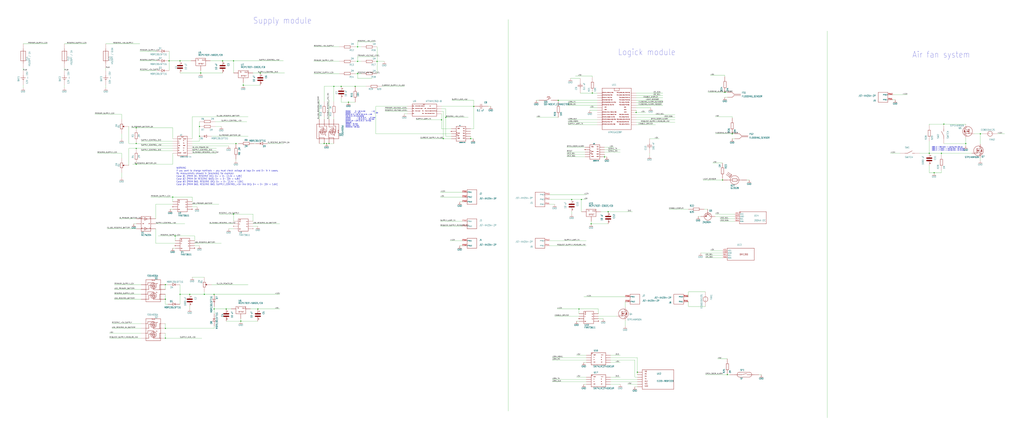
<source format=kicad_sch>
(kicad_sch (version 20231120) (generator "eeschema") (generator_version "8.0")
  (paper "User" 1069.21 457.53)
  (junction (at 187.96 63.5))
  (junction (at 582.93 104.775))
  (junction (at 142.24 149.86))
  (junction (at 373.38 76.835))
  (junction (at 618.49 97.155))
  (junction (at 985.52 129.54))
  (junction (at 340.995 149.86))
  (junction (at 764.54 139.7))
  (junction (at 142.24 154.94))
  (junction (at 461.01 125.095))
  (junction (at 356.235 90.17))
  (junction (at 187.96 307.34))
  (junction (at 635 220.98))
  (junction (at 343.535 149.86))
  (junction (at 664.21 117.475))
  (junction (at 246.38 149.86))
  (junction (at 373.38 64.135))
  (junction (at 631.19 163.83))
  (junction (at 393.7 64.135))
  (junction (at 251.46 335.28))
  (junction (at 665.48 388.62))
  (junction (at 236.22 322.58))
  (junction (at 223.52 307.34))
  (junction (at 209.55 76.2))
  (junction (at 213.36 307.34))
  (junction (at 363.855 106.68))
  (junction (at 759.46 391.16))
  (junction (at 617.22 233.68))
  (junction (at 223.52 322.58))
  (junction (at 607.06 208.28))
  (junction (at 465.455 122.555))
  (junction (at 596.9 208.28))
  (junction (at 243.84 223.52))
  (junction (at 756.92 96.52))
  (junction (at 176.53 63.5))
  (junction (at 182.88 246.38))
  (junction (at 243.84 63.5))
  (junction (at 142.24 171.45))
  (junction (at 370.84 90.17))
  (junction (at 142.24 133.35))
  (junction (at 172.72 353.06))
  (junction (at 172.72 297.18))
  (junction (at 373.38 48.895))
  (junction (at 269.24 322.58))
  (junction (at 172.72 312.42))
  (junction (at 754.38 187.96))
  (junction (at 491.49 144.78))
  (junction (at 348.615 90.17))
  (junction (at 970.28 160.02))
  (junction (at 254 88.9))
  (junction (at 198.12 307.34))
  (junction (at 208.28 132.08))
  (junction (at 462.915 144.78))
  (junction (at 975.36 180.34))
  (junction (at 604.52 322.58))
  (junction (at 1023.62 139.7))
  (junction (at 232.41 63.5))
  (junction (at 271.78 76.2))
  (junction (at 1008.38 149.86))
  (junction (at 494.665 111.125))
  (junction (at 338.455 149.86))
  (junction (at 208.28 142.24))
  (junction (at 982.98 160.02))
  (junction (at 180.34 205.74))
  (junction (at 172.72 342.9))
  (wire (pts (xy 370.84 106.68) (xy 363.855 106.68)) (stroke (width 0.1524)))
  (wire (pts (xy 261.62 322.58) (xy 269.24 322.58)) (stroke (width 0.1524)))
  (wire (pts (xy 665.48 393.7) (xy 662.94 393.7)) (stroke (width 0.1524)))
  (wire (pts (xy 172.72 337.82) (xy 172.72 342.9)) (stroke (width 0.1524)))
  (wire (pts (xy 142.24 149.86) (xy 180.34 149.86)) (stroke (width 0.1524)))
  (wire (pts (xy 147.32 353.06) (xy 114.3 353.06)) (stroke (width 0.1524)))
  (wire (pts (xy 635 233.68) (xy 617.22 233.68)) (stroke (width 0.1524)))
  (wire (pts (xy 596.9 220.98) (xy 596.9 223.52)) (stroke (width 0.1524)))
  (wire (pts (xy 213.36 307.34) (xy 223.52 307.34)) (stroke (width 0.1524)))
  (wire (pts (xy 762 391.16) (xy 759.46 391.16)) (stroke (width 0.1524)))
  (wire (pts (xy 637.54 393.7) (xy 647.7 393.7)) (stroke (width 0.1524)))
  (wire (pts (xy 271.78 76.2) (xy 297.18 76.2)) (stroke (width 0.1524)))
  (wire (pts (xy 631.19 163.83) (xy 631.19 161.29)) (stroke (width 0.1524)))
  (wire (pts (xy 203.2 256.54) (xy 208.28 256.54)) (stroke (width 0.1524)))
  (wire (pts (xy 678.18 144.78) (xy 688.34 144.78)) (stroke (width 0.1524)))
  (wire (pts (xy 243.84 63.5) (xy 295.91 63.5)) (stroke (width 0.1524)))
  (wire (pts (xy 224.79 127) (xy 257.81 127)) (stroke (width 0.1524)))
  (wire (pts (xy 373.38 76.835) (xy 377.19 76.835)) (stroke (width 0.1524)))
  (wire (pts (xy 607.06 208.28) (xy 612.14 208.28)) (stroke (width 0.1524)))
  (wire (pts (xy 664.21 114.935) (xy 664.21 117.475)) (stroke (width 0.1524)))
  (wire (pts (xy 718.82 314.96) (xy 718.82 320.04)) (stroke (width 0.1524)))
  (wire (pts (xy 208.28 132.08) (xy 208.28 127)) (stroke (width 0.1524)))
  (wire (pts (xy 509.905 111.125) (xy 512.445 111.125)) (stroke (width 0.1524)))
  (wire (pts (xy 200.66 205.74) (xy 200.66 210.82)) (stroke (width 0.1524)))
  (wire (pts (xy 624.84 322.58) (xy 624.84 327.66)) (stroke (width 0.1524)))
  (wire (pts (xy 767.08 231.14) (xy 751.84 231.14)) (stroke (width 0.1524)))
  (wire (pts (xy 623.57 109.855) (xy 593.09 109.855)) (stroke (width 0.1524)))
  (wire (pts (xy 264.16 236.22) (xy 269.24 236.22)) (stroke (width 0.1524)))
  (wire (pts (xy 147.32 297.18) (xy 119.38 297.18)) (stroke (width 0.1524)))
  (wire (pts (xy 756.92 80.01) (xy 756.92 78.74)) (stroke (width 0.1524)))
  (wire (pts (xy 232.41 63.5) (xy 243.84 63.5)) (stroke (width 0.1524)))
  (wire (pts (xy 147.32 302.26) (xy 119.38 302.26)) (stroke (width 0.1524)))
  (wire (pts (xy 338.455 122.555) (xy 338.455 124.46)) (stroke (width 0.1524)))
  (wire (pts (xy 356.235 106.68) (xy 356.235 102.87)) (stroke (width 0.1524)))
  (wire (pts (xy 975.36 180.34) (xy 982.98 180.34)) (stroke (width 0.1524)))
  (wire (pts (xy 863.6 32.385) (xy 863.6 436.245)) (stroke (width 0.1524)))
  (wire (pts (xy 110.49 88.9) (xy 110.49 91.44)) (stroke (width 0.1524)))
  (wire (pts (xy 604.52 322.58) (xy 581.66 322.58)) (stroke (width 0.1524)))
  (wire (pts (xy 200.66 144.78) (xy 200.66 121.92)) (stroke (width 0.1524)))
  (wire (pts (xy 604.52 322.58) (xy 624.84 322.58)) (stroke (width 0.1524)))
  (wire (pts (xy 652.78 314.96) (xy 652.78 320.675)) (stroke (width 0.1524)))
  (wire (pts (xy 187.96 307.34) (xy 187.96 317.5)) (stroke (width 0.1524)))
  (wire (pts (xy 1041.4 139.7) (xy 1049.02 139.7)) (stroke (width 0.1524)))
  (wire (pts (xy 494.665 111.125) (xy 494.665 104.775)) (stroke (width 0.1524)))
  (wire (pts (xy 198.12 307.34) (xy 213.36 307.34)) (stroke (width 0.1524)))
  (wire (pts (xy 678.18 160.02) (xy 678.18 162.56)) (stroke (width 0.1524)))
  (wire (pts (xy 939.8 160.02) (xy 929.64 160.02)) (stroke (width 0.1524)))
  (wire (pts (xy 461.01 125.095) (xy 461.01 134.62)) (stroke (width 0.1524)))
  (wire (pts (xy 1023.62 139.7) (xy 1026.16 139.7)) (stroke (width 0.1524)))
  (wire (pts (xy 754.38 170.18) (xy 744.22 170.18)) (stroke (width 0.1524)))
  (wire (pts (xy 604.52 330.2) (xy 579.12 330.2)) (stroke (width 0.1524)))
  (wire (pts (xy 265.43 149.86) (xy 266.7 149.86)) (stroke (width 0.1524)))
  (wire (pts (xy 627.38 220.98) (xy 635 220.98)) (stroke (width 0.1524)))
  (wire (pts (xy 127 124.46) (xy 127 119.38)) (stroke (width 0.1524)))
  (wire (pts (xy 338.455 90.17) (xy 348.615 90.17)) (stroke (width 0.1524)))
  (wire (pts (xy 147.32 312.42) (xy 119.38 312.42)) (stroke (width 0.1524)))
  (wire (pts (xy 767.08 228.6) (xy 751.84 228.6)) (stroke (width 0.1524)))
  (wire (pts (xy 67.31 88.9) (xy 67.31 91.44)) (stroke (width 0.1524)))
  (wire (pts (xy 1008.38 149.86) (xy 1008.38 152.4)) (stroke (width 0.1524)))
  (wire (pts (xy 187.96 76.2) (xy 209.55 76.2)) (stroke (width 0.1524)))
  (wire (pts (xy 223.52 342.9) (xy 223.52 340.36)) (stroke (width 0.1524)))
  (wire (pts (xy 393.7 64.135) (xy 401.32 64.135)) (stroke (width 0.1524)))
  (wire (pts (xy 624.84 330.2) (xy 643.89 330.2)) (stroke (width 0.1524)))
  (wire (pts (xy 271.78 88.9) (xy 254 88.9)) (stroke (width 0.1524)))
  (wire (pts (xy 223.52 320.04) (xy 223.52 322.58)) (stroke (width 0.1524)))
  (wire (pts (xy 612.14 375.92) (xy 576.58 375.92)) (stroke (width 0.1524)))
  (wire (pts (xy 482.6 205.74) (xy 459.74 205.74)) (stroke (width 0.1524)))
  (wire (pts (xy 637.54 378.46) (xy 647.7 378.46)) (stroke (width 0.1524)))
  (wire (pts (xy 182.88 246.38) (xy 203.2 246.38)) (stroke (width 0.1524)))
  (wire (pts (xy 177.8 218.44) (xy 180.34 218.44)) (stroke (width 0.1524)))
  (wire (pts (xy 232.41 76.2) (xy 209.55 76.2)) (stroke (width 0.1524)))
  (wire (pts (xy 200.66 152.4) (xy 238.76 152.4)) (stroke (width 0.1524)))
  (wire (pts (xy 764.54 144.78) (xy 767.08 144.78)) (stroke (width 0.1524)))
  (wire (pts (xy 618.49 79.375) (xy 600.71 79.375)) (stroke (width 0.1524)))
  (wire (pts (xy 609.6 378.46) (xy 612.14 378.46)) (stroke (width 0.1524)))
  (wire (pts (xy 251.46 332.74) (xy 251.46 335.28)) (stroke (width 0.1524)))
  (wire (pts (xy 243.84 233.68) (xy 218.44 233.68)) (stroke (width 0.1524)))
  (wire (pts (xy 393.7 48.895) (xy 393.7 64.135)) (stroke (width 0.1524)))
  (wire (pts (xy 1023.62 150.495) (xy 1023.62 139.7)) (stroke (width 0.1524)))
  (wire (pts (xy 340.995 149.86) (xy 343.535 149.86)) (stroke (width 0.1524)))
  (wire (pts (xy 363.855 106.68) (xy 356.235 106.68)) (stroke (width 0.1524)))
  (wire (pts (xy 662.94 393.7) (xy 662.94 375.92)) (stroke (width 0.1524)))
  (wire (pts (xy 631.19 153.67) (xy 641.35 153.67)) (stroke (width 0.1524)))
  (wire (pts (xy 425.45 116.205) (xy 401.955 116.205)) (stroke (width 0.1524)))
  (wire (pts (xy 200.66 213.36) (xy 228.6 213.36)) (stroke (width 0.1524)))
  (wire (pts (xy 180.34 147.32) (xy 147.32 147.32)) (stroke (width 0.1524)))
  (wire (pts (xy 182.88 246.38) (xy 165.1 246.38)) (stroke (width 0.1524)))
  (wire (pts (xy 134.62 149.86) (xy 142.24 149.86)) (stroke (width 0.1524)))
  (wire (pts (xy 110.49 71.12) (xy 110.49 73.66)) (stroke (width 0.1524)))
  (wire (pts (xy 338.455 149.86) (xy 340.995 149.86)) (stroke (width 0.1524)))
  (wire (pts (xy 223.52 307.34) (xy 292.1 307.34)) (stroke (width 0.1524)))
  (wire (pts (xy 610.87 163.83) (xy 591.82 163.83)) (stroke (width 0.1524)))
  (wire (pts (xy 180.34 171.45) (xy 142.24 171.45)) (stroke (width 0.1524)))
  (wire (pts (xy 254 86.36) (xy 254 88.9)) (stroke (width 0.1524)))
  (wire (pts (xy 664.21 104.775) (xy 692.15 104.775)) (stroke (width 0.1524)))
  (wire (pts (xy 180.34 157.48) (xy 147.32 157.48)) (stroke (width 0.1524)))
  (wire (pts (xy 623.57 107.315) (xy 593.09 107.315)) (stroke (width 0.1524)))
  (wire (pts (xy 142.24 154.94) (xy 180.34 154.94)) (stroke (width 0.1524)))
  (wire (pts (xy 662.94 403.86) (xy 665.48 403.86)) (stroke (width 0.1524)))
  (wire (pts (xy 220.98 142.24) (xy 259.08 142.24)) (stroke (width 0.1524)))
  (wire (pts (xy 348.615 90.17) (xy 356.235 90.17)) (stroke (width 0.1524)))
  (wire (pts (xy 176.53 73.66) (xy 176.53 63.5)) (stroke (width 0.1524)))
  (wire (pts (xy 172.72 307.34) (xy 172.72 312.42)) (stroke (width 0.1524)))
  (wire (pts (xy 147.32 347.98) (xy 114.3 347.98)) (stroke (width 0.1524)))
  (wire (pts (xy 373.38 43.815) (xy 391.16 43.815)) (stroke (width 0.1524)))
  (wire (pts (xy 465.455 113.665) (xy 465.455 122.555)) (stroke (width 0.1524)))
  (wire (pts (xy 612.14 393.7) (xy 601.98 393.7)) (stroke (width 0.1524)))
  (wire (pts (xy 462.915 144.78) (xy 438.785 144.78)) (stroke (width 0.1524)))
  (wire (pts (xy 209.55 73.66) (xy 209.55 76.2)) (stroke (width 0.1524)))
  (wire (pts (xy 343.535 124.46) (xy 343.535 104.14)) (stroke (width 0.1524)))
  (wire (pts (xy 615.95 114.935) (xy 623.57 114.935)) (stroke (width 0.1524)))
  (wire (pts (xy 134.62 172.72) (xy 134.62 154.94)) (stroke (width 0.1524)))
  (wire (pts (xy 200.66 160.02) (xy 226.06 160.02)) (stroke (width 0.1524)))
  (wire (pts (xy 236.22 335.28) (xy 251.46 335.28)) (stroke (width 0.1524)))
  (wire (pts (xy 610.87 161.29) (xy 591.82 161.29)) (stroke (width 0.1524)))
  (wire (pts (xy 471.17 142.24) (xy 465.455 142.24)) (stroke (width 0.1524)))
  (wire (pts (xy 422.275 118.745) (xy 425.45 118.745)) (stroke (width 0.1524)))
  (wire (pts (xy 491.49 142.24) (xy 491.49 144.78)) (stroke (width 0.1524)))
  (wire (pts (xy 607.06 220.98) (xy 607.06 208.28)) (stroke (width 0.1524)))
  (wire (pts (xy 461.01 116.205) (xy 462.915 116.205)) (stroke (width 0.1524)))
  (wire (pts (xy 631.19 158.75) (xy 647.7 158.75)) (stroke (width 0.1524)))
  (wire (pts (xy 223.52 327.66) (xy 223.52 322.58)) (stroke (width 0.1524)))
  (wire (pts (xy 187.96 63.5) (xy 176.53 63.5)) (stroke (width 0.1524)))
  (wire (pts (xy 623.57 125.095) (xy 593.09 125.095)) (stroke (width 0.1524)))
  (wire (pts (xy 665.48 388.62) (xy 665.48 391.16)) (stroke (width 0.1524)))
  (wire (pts (xy 664.21 117.475) (xy 674.37 117.475)) (stroke (width 0.1524)))
  (wire (pts (xy 764.54 121.92) (xy 746.76 121.92)) (stroke (width 0.1524)))
  (wire (pts (xy 664.21 120.015) (xy 704.85 120.015)) (stroke (width 0.1524)))
  (wire (pts (xy 172.72 342.9) (xy 223.52 342.9)) (stroke (width 0.1524)))
  (wire (pts (xy 462.915 144.78) (xy 471.17 144.78)) (stroke (width 0.1524)))
  (wire (pts (xy 370.84 76.835) (xy 373.38 76.835)) (stroke (width 0.1524)))
  (wire (pts (xy 392.43 139.7) (xy 392.43 111.125)) (stroke (width 0.1524)))
  (wire (pts (xy 172.72 353.06) (xy 210.82 353.06)) (stroke (width 0.1524)))
  (wire (pts (xy 718.82 304.8) (xy 736.6 304.8)) (stroke (width 0.1524)))
  (wire (pts (xy 652.78 334.645) (xy 652.78 340.36)) (stroke (width 0.1524)))
  (wire (pts (xy 172.72 317.5) (xy 175.26 317.5)) (stroke (width 0.1524)))
  (wire (pts (xy 200.66 157.48) (xy 226.06 157.48)) (stroke (width 0.1524)))
  (wire (pts (xy 393.7 64.135) (xy 393.7 76.835)) (stroke (width 0.1524)))
  (wire (pts (xy 482.6 200.66) (xy 459.74 200.66)) (stroke (width 0.1524)))
  (wire (pts (xy 605.79 97.155) (xy 618.49 97.155)) (stroke (width 0.1524)))
  (wire (pts (xy 612.14 396.24) (xy 576.58 396.24)) (stroke (width 0.1524)))
  (wire (pts (xy 180.34 160.02) (xy 180.34 171.45)) (stroke (width 0.1524)))
  (wire (pts (xy 224.79 132.08) (xy 231.14 132.08)) (stroke (width 0.1524)))
  (wire (pts (xy 246.38 149.86) (xy 248.92 149.86)) (stroke (width 0.1524)))
  (wire (pts (xy 208.28 142.24) (xy 208.28 132.08)) (stroke (width 0.1524)))
  (wire (pts (xy 759.46 391.16) (xy 736.6 391.16)) (stroke (width 0.1524)))
  (wire (pts (xy 241.3 322.58) (xy 236.22 322.58)) (stroke (width 0.1524)))
  (wire (pts (xy 162.56 228.6) (xy 162.56 213.36)) (stroke (width 0.1524)))
  (wire (pts (xy 494.665 134.62) (xy 494.665 111.125)) (stroke (width 0.1524)))
  (wire (pts (xy 147.32 342.9) (xy 116.84 342.9)) (stroke (width 0.1524)))
  (wire (pts (xy 264.16 233.68) (xy 292.1 233.68)) (stroke (width 0.1524)))
  (wire (pts (xy 637.54 398.78) (xy 665.48 398.78)) (stroke (width 0.1524)))
  (wire (pts (xy 970.28 180.34) (xy 975.36 180.34)) (stroke (width 0.1524)))
  (wire (pts (xy 664.21 99.695) (xy 692.15 99.695)) (stroke (width 0.1524)))
  (wire (pts (xy 461.01 111.125) (xy 494.665 111.125)) (stroke (width 0.1524)))
  (wire (pts (xy 970.28 172.72) (xy 970.28 180.34)) (stroke (width 0.1524)))
  (wire (pts (xy 610.87 153.67) (xy 591.82 153.67)) (stroke (width 0.1524)))
  (wire (pts (xy 127 119.38) (xy 99.06 119.38)) (stroke (width 0.1524)))
  (wire (pts (xy 764.54 139.7) (xy 746.76 139.7)) (stroke (width 0.1524)))
  (wire (pts (xy 338.455 106.045) (xy 338.455 90.17)) (stroke (width 0.1524)))
  (wire (pts (xy 612.14 398.78) (xy 576.58 398.78)) (stroke (width 0.1524)))
  (wire (pts (xy 461.01 134.62) (xy 471.17 134.62)) (stroke (width 0.1524)))
  (wire (pts (xy 134.62 154.94) (xy 142.24 154.94)) (stroke (width 0.1524)))
  (wire (pts (xy 162.56 233.68) (xy 193.04 233.68)) (stroke (width 0.1524)))
  (wire (pts (xy 664.21 127.635) (xy 704.85 127.635)) (stroke (width 0.1524)))
  (wire (pts (xy 139.7 233.68) (xy 142.24 233.68)) (stroke (width 0.1524)))
  (wire (pts (xy 264.16 223.52) (xy 264.16 231.14)) (stroke (width 0.1524)))
  (wire (pts (xy 142.24 228.6) (xy 124.46 228.6)) (stroke (width 0.1524)))
  (wire (pts (xy 596.9 208.28) (xy 607.06 208.28)) (stroke (width 0.1524)))
  (wire (pts (xy 624.84 332.74) (xy 629.92 332.74)) (stroke (width 0.1524)))
  (wire (pts (xy 200.66 154.94) (xy 226.06 154.94)) (stroke (width 0.1524)))
  (wire (pts (xy 664.21 130.175) (xy 684.53 130.175)) (stroke (width 0.1524)))
  (wire (pts (xy 180.34 210.82) (xy 180.34 205.74)) (stroke (width 0.1524)))
  (wire (pts (xy 652.78 309.88) (xy 609.6 309.88)) (stroke (width 0.1524)))
  (wire (pts (xy 664.21 112.395) (xy 679.45 112.395)) (stroke (width 0.1524)))
  (wire (pts (xy 718.82 320.04) (xy 736.6 320.04)) (stroke (width 0.1524)))
  (wire (pts (xy 110.49 45.72) (xy 146.05 45.72)) (stroke (width 0.1524)))
  (wire (pts (xy 180.34 259.08) (xy 182.88 259.08)) (stroke (width 0.1524)))
  (wire (pts (xy 491.49 144.78) (xy 494.03 144.78)) (stroke (width 0.1524)))
  (wire (pts (xy 175.26 297.18) (xy 172.72 297.18)) (stroke (width 0.1524)))
  (wire (pts (xy 932.18 104.14) (xy 934.72 104.14)) (stroke (width 0.1524)))
  (wire (pts (xy 147.32 307.34) (xy 119.38 307.34)) (stroke (width 0.1524)))
  (wire (pts (xy 425.45 113.665) (xy 401.955 113.665)) (stroke (width 0.1524)))
  (wire (pts (xy 176.53 53.34) (xy 176.53 63.5)) (stroke (width 0.1524)))
  (wire (pts (xy 604.52 327.66) (xy 604.52 322.58)) (stroke (width 0.1524)))
  (wire (pts (xy 142.24 238.76) (xy 111.76 238.76)) (stroke (width 0.1524)))
  (wire (pts (xy 1017.27 139.7) (xy 1023.62 139.7)) (stroke (width 0.1524)))
  (wire (pts (xy 574.04 251.46) (xy 612.14 251.46)) (stroke (width 0.1524)))
  (wire (pts (xy 162.56 238.76) (xy 162.56 254)) (stroke (width 0.1524)))
  (wire (pts (xy 348.615 90.17) (xy 348.615 106.045)) (stroke (width 0.1524)))
  (wire (pts (xy 348.615 124.46) (xy 348.615 122.555)) (stroke (width 0.1524)))
  (wire (pts (xy 623.57 130.175) (xy 593.09 130.175)) (stroke (width 0.1524)))
  (wire (pts (xy 354.33 64.135) (xy 327.66 64.135)) (stroke (width 0.1524)))
  (wire (pts (xy 718.82 218.44) (xy 698.5 218.44)) (stroke (width 0.1524)))
  (wire (pts (xy 24.13 88.9) (xy 24.13 91.44)) (stroke (width 0.1524)))
  (wire (pts (xy 373.38 64.135) (xy 373.38 59.055)) (stroke (width 0.1524)))
  (wire (pts (xy 662.94 375.92) (xy 637.54 375.92)) (stroke (width 0.1524)))
  (wire (pts (xy 228.6 223.52) (xy 243.84 223.52)) (stroke (width 0.1524)))
  (wire (pts (xy 127 180.34) (xy 127 185.42)) (stroke (width 0.1524)))
  (wire (pts (xy 142.24 133.35) (xy 137.16 133.35)) (stroke (width 0.1524)))
  (wire (pts (xy 637.54 370.84) (xy 647.7 370.84)) (stroke (width 0.1524)))
  (wire (pts (xy 67.31 45.72) (xy 90.17 45.72)) (stroke (width 0.1524)))
  (wire (pts (xy 637.54 373.38) (xy 665.48 373.38)) (stroke (width 0.1524)))
  (wire (pts (xy 373.38 48.895) (xy 377.19 48.895)) (stroke (width 0.1524)))
  (wire (pts (xy 582.93 122.555) (xy 560.07 122.555)) (stroke (width 0.1524)))
  (wire (pts (xy 759.46 374.65) (xy 749.3 374.65)) (stroke (width 0.1524)))
  (wire (pts (xy 208.28 147.32) (xy 208.28 142.24)) (stroke (width 0.1524)))
  (wire (pts (xy 623.57 112.395) (xy 615.95 112.395)) (stroke (width 0.1524)))
  (wire (pts (xy 664.21 122.555) (xy 704.85 122.555)) (stroke (width 0.1524)))
  (wire (pts (xy 665.48 401.32) (xy 655.32 401.32)) (stroke (width 0.1524)))
  (wire (pts (xy 982.98 160.02) (xy 1014.73 160.02)) (stroke (width 0.1524)))
  (wire (pts (xy 792.48 391.16) (xy 795.02 391.16)) (stroke (width 0.1524)))
  (wire (pts (xy 180.34 205.74) (xy 157.48 205.74)) (stroke (width 0.1524)))
  (wire (pts (xy 609.6 401.32) (xy 612.14 401.32)) (stroke (width 0.1524)))
  (wire (pts (xy 203.2 246.38) (xy 203.2 251.46)) (stroke (width 0.1524)))
  (wire (pts (xy 560.07 104.775) (xy 562.61 104.775)) (stroke (width 0.1524)))
  (wire (pts (xy 182.88 251.46) (xy 182.88 246.38)) (stroke (width 0.1524)))
  (wire (pts (xy 465.455 142.24) (xy 465.455 122.555)) (stroke (width 0.1524)))
  (wire (pts (xy 754.38 269.24) (xy 736.6 269.24)) (stroke (width 0.1524)))
  (wire (pts (xy 243.84 231.14) (xy 243.84 223.52)) (stroke (width 0.1524)))
  (wire (pts (xy 767.08 223.52) (xy 746.76 223.52)) (stroke (width 0.1524)))
  (wire (pts (xy 180.34 152.4) (xy 147.32 152.4)) (stroke (width 0.1524)))
  (wire (pts (xy 370.84 48.895) (xy 373.38 48.895)) (stroke (width 0.1524)))
  (wire (pts (xy 574.04 256.54) (xy 612.14 256.54)) (stroke (width 0.1524)))
  (wire (pts (xy 163.83 53.34) (xy 146.05 53.34)) (stroke (width 0.1524)))
  (wire (pts (xy 67.31 73.66) (xy 67.31 71.12)) (stroke (width 0.1524)))
  (wire (pts (xy 618.49 80.645) (xy 618.49 79.375)) (stroke (width 0.1524)))
  (wire (pts (xy 582.93 104.775) (xy 623.57 104.775)) (stroke (width 0.1524)))
  (wire (pts (xy 582.93 106.045) (xy 582.93 104.775)) (stroke (width 0.1524)))
  (wire (pts (xy 392.43 111.125) (xy 425.45 111.125)) (stroke (width 0.1524)))
  (wire (pts (xy 246.38 167.64) (xy 246.38 166.37)) (stroke (width 0.1524)))
  (wire (pts (xy 664.21 97.155) (xy 692.15 97.155)) (stroke (width 0.1524)))
  (wire (pts (xy 219.71 63.5) (xy 232.41 63.5)) (stroke (width 0.1524)))
  (wire (pts (xy 631.19 156.21) (xy 647.7 156.21)) (stroke (width 0.1524)))
  (wire (pts (xy 172.72 302.26) (xy 172.72 297.18)) (stroke (width 0.1524)))
  (wire (pts (xy 24.13 45.72) (xy 49.53 45.72)) (stroke (width 0.1524)))
  (wire (pts (xy 617.22 231.14) (xy 617.22 233.68)) (stroke (width 0.1524)))
  (wire (pts (xy 187.96 297.18) (xy 187.96 307.34)) (stroke (width 0.1524)))
  (wire (pts (xy 373.38 48.895) (xy 373.38 43.815)) (stroke (width 0.1524)))
  (wire (pts (xy 461.01 118.745) (xy 461.01 125.095)) (stroke (width 0.1524)))
  (wire (pts (xy 482.6 251.46) (xy 469.9 251.46)) (stroke (width 0.1524)))
  (wire (pts (xy 756.92 78.74) (xy 741.68 78.74)) (stroke (width 0.1524)))
  (wire (pts (xy 370.84 90.17) (xy 382.27 90.17)) (stroke (width 0.1524)))
  (wire (pts (xy 665.48 373.38) (xy 665.48 388.62)) (stroke (width 0.1524)))
  (wire (pts (xy 354.33 76.835) (xy 327.66 76.835)) (stroke (width 0.1524)))
  (wire (pts (xy 269.24 322.58) (xy 292.1 322.58)) (stroke (width 0.1524)))
  (wire (pts (xy 960.12 160.02) (xy 970.28 160.02)) (stroke (width 0.1524)))
  (wire (pts (xy 985.52 129.54) (xy 1008.38 129.54)) (stroke (width 0.1524)))
  (wire (pts (xy 24.13 73.66) (xy 24.13 71.12)) (stroke (width 0.1524)))
  (wire (pts (xy 970.28 160.02) (xy 970.28 147.32)) (stroke (width 0.1524)))
  (wire (pts (xy 754.38 264.16) (xy 731.52 264.16)) (stroke (width 0.1524)))
  (wire (pts (xy 764.54 139.7) (xy 767.08 139.7)) (stroke (width 0.1524)))
  (wire (pts (xy 482.6 236.22) (xy 459.74 236.22)) (stroke (width 0.1524)))
  (wire (pts (xy 618.49 97.155) (xy 623.57 97.155)) (stroke (width 0.1524)))
  (wire (pts (xy 574.04 208.28) (xy 596.9 208.28)) (stroke (width 0.1524)))
  (wire (pts (xy 530.86 20.32) (xy 530.86 429.26)) (stroke (width 0.1524)))
  (wire (pts (xy 180.34 133.35) (xy 142.24 133.35)) (stroke (width 0.1524)))
  (wire (pts (xy 251.46 335.28) (xy 269.24 335.28)) (stroke (width 0.1524)))
  (wire (pts (xy 356.235 90.17) (xy 370.84 90.17)) (stroke (width 0.1524)))
  (wire (pts (xy 494.665 104.775) (xy 471.805 104.775)) (stroke (width 0.1524)))
  (wire (pts (xy 664.21 109.855) (xy 692.15 109.855)) (stroke (width 0.1524)))
  (wire (pts (xy 985.52 149.86) (xy 1008.38 149.86)) (stroke (width 0.1524)))
  (wire (pts (xy 718.82 309.88) (xy 718.82 304.8)) (stroke (width 0.1524)))
  (wire (pts (xy 142.24 171.45) (xy 138.43 171.45)) (stroke (width 0.1524)))
  (wire (pts (xy 198.12 307.34) (xy 187.96 307.34)) (stroke (width 0.1524)))
  (wire (pts (xy 471.17 139.7) (xy 392.43 139.7)) (stroke (width 0.1524)))
  (wire (pts (xy 574.04 203.2) (xy 612.14 203.2)) (stroke (width 0.1524)))
  (wire (pts (xy 373.38 64.135) (xy 377.19 64.135)) (stroke (width 0.1524)))
  (wire (pts (xy 461.01 113.665) (xy 465.455 113.665)) (stroke (width 0.1524)))
  (wire (pts (xy 480.06 256.54) (xy 482.6 256.54)) (stroke (width 0.1524)))
  (wire (pts (xy 754.38 187.96) (xy 734.06 187.96)) (stroke (width 0.1524)))
  (wire (pts (xy 354.33 48.895) (xy 327.66 48.895)) (stroke (width 0.1524)))
  (wire (pts (xy 754.38 266.7) (xy 736.6 266.7)) (stroke (width 0.1524)))
  (wire (pts (xy 213.36 304.8) (xy 213.36 307.34)) (stroke (width 0.1524)))
  (wire (pts (xy 343.535 149.86) (xy 348.615 149.86)) (stroke (width 0.1524)))
  (wire (pts (xy 480.06 210.82) (xy 482.6 210.82)) (stroke (width 0.1524)))
  (wire (pts (xy 746.76 226.06) (xy 767.08 226.06)) (stroke (width 0.1524)))
  (wire (pts (xy 482.6 231.14) (xy 459.74 231.14)) (stroke (width 0.1524)))
  (wire (pts (xy 243.84 238.76) (xy 238.76 238.76)) (stroke (width 0.1524)))
  (wire (pts (xy 172.72 347.98) (xy 172.72 353.06)) (stroke (width 0.1524)))
  (wire (pts (xy 127 165.1) (xy 127 160.02)) (stroke (width 0.1524)))
  (wire (pts (xy 637.54 401.32) (xy 647.7 401.32)) (stroke (width 0.1524)))
  (wire (pts (xy 635 220.98) (xy 660.4 220.98)) (stroke (width 0.1524)))
  (wire (pts (xy 932.18 99.06) (xy 947.42 99.06)) (stroke (width 0.1524)))
  (wire (pts (xy 731.52 226.06) (xy 728.98 226.06)) (stroke (width 0.1524)))
  (wire (pts (xy 604.52 335.28) (xy 601.98 335.28)) (stroke (width 0.1524)))
  (wire (pts (xy 162.56 213.36) (xy 180.34 213.36)) (stroke (width 0.1524)))
  (wire (pts (xy 754.38 261.62) (xy 741.68 261.62)) (stroke (width 0.1524)))
  (wire (pts (xy 163.83 73.66) (xy 146.05 73.66)) (stroke (width 0.1524)))
  (wire (pts (xy 333.375 149.86) (xy 338.455 149.86)) (stroke (width 0.1524)))
  (wire (pts (xy 491.49 134.62) (xy 494.665 134.62)) (stroke (width 0.1524)))
  (wire (pts (xy 779.78 187.96) (xy 782.32 187.96)) (stroke (width 0.1524)))
  (wire (pts (xy 623.57 127.635) (xy 593.09 127.635)) (stroke (width 0.1524)))
  (wire (pts (xy 398.78 90.17) (xy 422.275 90.17)) (stroke (width 0.1524)))
  (wire (pts (xy 180.34 205.74) (xy 200.66 205.74)) (stroke (width 0.1524)))
  (wire (pts (xy 461.01 125.095) (xy 434.34 125.095)) (stroke (width 0.1524)))
  (wire (pts (xy 199.39 63.5) (xy 187.96 63.5)) (stroke (width 0.1524)))
  (wire (pts (xy 172.72 312.42) (xy 172.72 317.5)) (stroke (width 0.1524)))
  (wire (pts (xy 637.54 396.24) (xy 665.48 396.24)) (stroke (width 0.1524)))
  (wire (pts (xy 664.21 107.315) (xy 692.15 107.315)) (stroke (width 0.1524)))
  (wire (pts (xy 180.34 144.78) (xy 180.34 133.35)) (stroke (width 0.1524)))
  (wire (pts (xy 610.87 158.75) (xy 591.82 158.75)) (stroke (width 0.1524)))
  (wire (pts (xy 982.98 160.02) (xy 982.98 161.29)) (stroke (width 0.1524)))
  (wire (pts (xy 373.38 76.835) (xy 373.38 81.915)) (stroke (width 0.1524)))
  (wire (pts (xy 612.14 370.84) (xy 601.98 370.84)) (stroke (width 0.1524)))
  (wire (pts (xy 236.22 322.58) (xy 223.52 322.58)) (stroke (width 0.1524)))
  (wire (pts (xy 163.83 63.5) (xy 146.05 63.5)) (stroke (width 0.1524)))
  (wire (pts (xy 759.46 96.52) (xy 756.92 96.52)) (stroke (width 0.1524)))
  (wire (pts (xy 162.56 254) (xy 182.88 254)) (stroke (width 0.1524)))
  (wire (pts (xy 633.73 163.83) (xy 631.19 163.83)) (stroke (width 0.1524)))
  (wire (pts (xy 612.14 373.38) (xy 576.58 373.38)) (stroke (width 0.1524)))
  (wire (pts (xy 764.54 123.19) (xy 764.54 121.92)) (stroke (width 0.1524)))
  (wire (pts (xy 465.455 122.555) (xy 488.95 122.555)) (stroke (width 0.1524)))
  (wire (pts (xy 970.28 130.81) (xy 970.28 129.54)) (stroke (width 0.1524)))
  (wire (pts (xy 1023.62 164.465) (xy 1023.62 167.64)) (stroke (width 0.1524)))
  (wire (pts (xy 1008.38 129.54) (xy 1008.38 130.175)) (stroke (width 0.1524)))
  (wire (pts (xy 203.2 254) (xy 231.14 254)) (stroke (width 0.1524)))
  (wire (pts (xy 756.92 101.6) (xy 759.46 101.6)) (stroke (width 0.1524)))
  (wire (pts (xy 200.66 215.9) (xy 205.74 215.9)) (stroke (width 0.1524)))
  (wire (pts (xy 462.915 116.205) (xy 462.915 144.78)) (stroke (width 0.1524)))
  (wire (pts (xy 213.36 289.56) (xy 200.66 289.56)) (stroke (width 0.1524)))
  (wire (pts (xy 970.28 129.54) (xy 985.52 129.54)) (stroke (width 0.1524)))
  (wire (pts (xy 370.84 64.135) (xy 373.38 64.135)) (stroke (width 0.1524)))
  (wire (pts (xy 279.4 149.86) (xy 295.91 149.86)) (stroke (width 0.1524)))
  (wire (pts (xy 243.84 223.52) (xy 264.16 223.52)) (stroke (width 0.1524)))
  (wire (pts (xy 373.38 81.915) (xy 388.62 81.915)) (stroke (width 0.1524)))
  (wire (pts (xy 739.14 218.44) (xy 735.33 218.44)) (stroke (width 0.1524)))
  (wire (pts (xy 595.63 81.915) (xy 605.79 81.915)) (stroke (width 0.1524)))
  (wire (pts (xy 1008.38 144.145) (xy 1008.38 149.86)) (stroke (width 0.1524)))
  (wire (pts (xy 200.66 121.92) (xy 259.08 121.92)) (stroke (width 0.1524)))
  (wire (pts (xy 333.375 124.46) (xy 333.375 104.14)) (stroke (width 0.1524)))
  (wire (pts (xy 970.28 160.02) (xy 982.98 160.02)) (stroke (width 0.1524)))
  (wire (pts (xy 574.04 213.36) (xy 579.12 213.36)) (stroke (width 0.1524)))
  (wire (pts (xy 198.12 322.58) (xy 198.12 320.04)) (stroke (width 0.1524)))
  (wire (pts (xy 756.92 96.52) (xy 739.14 96.52)) (stroke (width 0.1524)))
  (wire (pts (xy 264.16 76.2) (xy 271.78 76.2)) (stroke (width 0.1524)))
  (wire (pts (xy 664.21 102.235) (xy 692.15 102.235)) (stroke (width 0.1524)))
  (wire (pts (xy 200.66 149.86) (xy 246.38 149.86)) (stroke (width 0.1524)))
  (wire (pts (xy 243.84 63.5) (xy 243.84 76.2)) (stroke (width 0.1524)))
  (wire (pts (xy 127 139.7) (xy 127 144.78)) (stroke (width 0.1524)))
  (wire (pts (xy 982.98 180.34) (xy 982.98 177.8)) (stroke (width 0.1524)))
  (wire (pts (xy 147.32 337.82) (xy 116.84 337.82)) (stroke (width 0.1524)))
  (wire (pts (xy 127 160.02) (xy 101.6 160.02)) (stroke (width 0.1524)))
  (wire (pts (xy 754.38 186.69) (xy 754.38 187.96)) (stroke (width 0.1524)))
  (wire (pts (xy 664.21 125.095) (xy 704.85 125.095)) (stroke (width 0.1524)))
  (wire (pts (xy 134.62 132.08) (xy 134.62 149.86)) (stroke (width 0.1524)))
  (wire (pts (xy 373.38 59.055) (xy 391.16 59.055)) (stroke (width 0.1524)))
  (wire (pts (xy 200.66 147.32) (xy 208.28 147.32)) (stroke (width 0.1524)))
  (wire (pts (xy 220.98 297.18) (xy 259.08 297.18)) (stroke (width 0.1524)))
  (text "PRIMARY       R = 10K & 10K          = 5K\nRESERVE      R = 10 K                     = 10K\nRESERE_5V R = 10K & 10K & 3K = 1.9K\nTime 5V to <3V (calculated):\nPRIMARY          = 5K & 10 uF    ~ 27 msec\nRESERVE         = 10K & 10 uF  ~ 60 msec\nRESERVE_5V = 1.9K & 10 uF ~ 10 msec\nMeasured\nPRIMARY ~ 76 msec\nRESERVE ~ 114 msec\nRESERVE5V ~ 38 msec" (at 360.68 133.35 0) (effects (font (size 1.016 0.8636)) (justify left bottom)))
  (text "WARNING\nIf you want to change nominals - you must check voltage at legs D+ and D- in 4 cases.\nMy measuremets showed in [brackeds] for example\nCase #1 (PRIM OK, RESERVE OK): D+ < D- [2.4V < 4.8V]\nCase #2 (PRIM OK RESERVE BAD): D+ < D- [0V < 4.8V]\nCase #3 (PRIM BAD, RESERVE OK): D+ > D- [2.4V > 1.6V]\nCase #4 (PRIM BAD, RESERVE BAD, SUPPLY_CONTROL_+5V line OK): D+ < D- [0V < 1.6V]" (at 184.15 193.675 0) (effects (font (size 1.778 1.5113)) (justify left bottom)))
  (text "Air fan system" (at 952.5 60.96 0) (effects (font (size 6.4516 5.4838)) (justify left bottom)))
  (text "Logick module" (at 645.16 58.42 0) (effects (font (size 6.4516 5.4838)) (justify left bottom)))
  (text "Supply module" (at 264.16 25.4 0) (effects (font (size 6.4516 5.4838)) (justify left bottom)))
  (text "1000 uF + 200 Kohm -> working time 235 sec\n1000 uF + 1 Mohm -> working time ~ 20 minutes\n1000 uF + 2 Mohm -> working time ~ 40 minutes" (at 972.82 157.48 0) (effects (font (size 1.016 0.8636)) (justify left bottom)))
  (label "+5V" (at 741.68 78.74 0) (effects (font (size 1.2446 1.2446))))
  (label "3V3" (at 642.62 393.7 0) (effects (font (size 1.2446 1.2446))))
  (label "RESERVE_VOLTAGE_LEVEL" (at 373.38 76.835 0) (effects (font (size 1.2446 1.2446))))
  (label "+12V" (at 581.66 322.58 0) (effects (font (size 1.2446 1.2446))))
  (label "+5V" (at 744.22 170.18 0) (effects (font (size 1.2446 1.2446))))
  (label "LORA_RX" (at 576.58 375.92 0) (effects (font (size 1.2446 1.2446))))
  (label "FLOODING_ALARM_OUTDOOR" (at 666.75 107.315 0) (effects (font (size 1.2446 1.2446))))
  (label "+5V" (at 642.62 378.46 0) (effects (font (size 1.2446 1.2446))))
  (label "RESERVE_+5V_SUPPLY" (at 228.6 223.52 0) (effects (font (size 1.2446 1.2446))))
  (label "RESERVE_SUPPLY_12V" (at 327.66 76.835 0) (effects (font (size 1.2446 1.2446))))
  (label "PRIMARY_VOLTAGE_LEVEL" (at 373.38 59.055 0) (effects (font (size 1.2446 1.2446))))
  (label "SUPPLY_CONTROL_3V3" (at 147.32 147.32 0) (effects (font (size 1.2446 1.2446))))
  (label "RESERVE_+5V_LEVEL" (at 465.455 122.555 0) (effects (font (size 1.2446 1.2446))))
  (label "SUPPLY_CONTROL_+5V" (at 231.14 127 0) (effects (font (size 1.2446 1.2446))))
  (label "IS_12V_POWER_OK" (at 200.66 154.94 0) (effects (font (size 1.2446 1.2446))))
  (label "REQUEST_SUPPLY_MEASURE_INV" (at 114.3 353.06 0) (effects (font (size 1.2446 1.2446))))
  (label "SUPPLY_UART_TX" (at 593.09 130.175 0) (effects (font (size 1.2446 1.2446))))
  (label "USE_PRIMARY_BATTERY" (at 200.66 213.36 0) (effects (font (size 1.2446 1.2446))))
  (label "I2C_SDA" (at 681.99 97.155 0) (effects (font (size 1.2446 1.2446))))
  (label "+5V" (at 459.74 205.74 0) (effects (font (size 1.2446 1.2446))))
  (label "SUPPLY_CONTROL_+5V" (at 270.51 63.5 0) (effects (font (size 1.2446 1.2446))))
  (label "SERIAL_TX" (at 635 156.21 0) (effects (font (size 1.2446 1.2446))))
  (label "LORA_AUX" (at 593.09 125.095 0) (effects (font (size 1.2446 1.2446))))
  (label "OPEN_DOOR_ALARM" (at 679.45 125.095 0) (effects (font (size 1.2446 1.2446))))
  (label "PRIMARY_SUPPLY_12V" (at 157.48 205.74 0) (effects (font (size 1.2446 1.2446))))
  (label "LORA_RX" (at 593.09 109.855 0) (effects (font (size 1.2446 1.2446))))
  (label "OPEN_DOOR_ALARM" (at 736.6 391.16 0) (effects (font (size 1.2446 1.2446))))
  (label "RESERVE_+5V_SUPPLY" (at 116.84 337.82 0) (effects (font (size 1.2446 1.2446))))
  (label "IS_ENABLE_RESERVE_+5V_INV" (at 218.44 233.68 0) (effects (font (size 1.2446 1.2446))))
  (label "IS_USE_RESERVE_BATTERY" (at 111.76 238.76 0) (effects (font (size 1.2446 1.2446))))
  (label "PRIMARY_SUPPLY_12V" (at 29.21 45.72 0) (effects (font (size 1.2446 1.2446))))
  (label "USE_RESERVE_5V_BATTERY" (at 116.84 342.9 0) (effects (font (size 1.2446 1.2446))))
  (label "USE_PRIMARY_BATTERY" (at 119.38 302.26 0) (effects (font (size 1.2446 1.2446))))
  (label "SUPPLY_CONTROL_3V3" (at 200.66 157.48 0) (effects (font (size 1.2446 1.2446))))
  (label "RESERVE_+5V_SUPPLY" (at 118.11 45.72 0) (effects (font (size 1.2446 1.2446))))
  (label "PRIMARY_VOLTAGE_LEVEL" (at 401.955 113.665 0) (effects (font (size 1.2446 1.2446))))
  (label "I2C_SCL" (at 681.99 99.695 0) (effects (font (size 1.2446 1.2446))))
  (label "+12V" (at 609.6 203.2 0) (effects (font (size 1.2446 1.2446))))
  (label "ENABLE_DISPLAY" (at 698.5 218.44 0) (effects (font (size 1.2446 1.2446))))
  (label "SUPPLY_UART_TX" (at 459.74 231.14 0) (effects (font (size 1.2446 1.2446))))
  (label "CURRENT_SUPPLY_IN_USE" (at 438.785 144.78 0) (effects (font (size 1.2446 1.2446))))
  (label "LORA_M0M1" (at 593.09 127.635 0) (effects (font (size 1.2446 1.2446))))
  (label "I2C2_SCL" (at 591.82 161.29 0) (effects (font (size 1.2446 1.2446))))
  (label "+5V" (at 655.32 401.32 0) (effects (font (size 1.2446 1.2446))))
  (label "SUPPLY_AVR_+5V" (at 471.805 104.775 0) (effects (font (size 1.2446 1.2446))))
  (label "FLOODING_ALARM_OUTDOOR" (at 739.14 96.52 0) (effects (font (size 1.2446 1.2446))))
  (label "LORA_M0M1" (at 576.58 373.38 0) (effects (font (size 1.2446 1.2446))))
  (label "+12V" (at 1041.4 139.7 0) (effects (font (size 1.2446 1.2446))))
  (label "PRIMARY_SUPPLY_12V" (at 327.66 64.135 0) (effects (font (size 1.2446 1.2446))))
  (label "FLOODING_ALARM_INDOOR" (at 666.75 109.855 0) (effects (font (size 1.2446 1.2446))))
  (label "PLUS" (at 67.31 73.66 0) (effects (font (size 1.016 1.016))))
  (label "+5V" (at 114.3 347.98 0) (effects (font (size 1.2446 1.2446))))
  (label "RESERVE_+5V_SUPPLY" (at 146.05 73.66 0) (effects (font (size 1.2446 1.2446))))
  (label "USE_RESERVE_5V_BATTERY" (at 264.16 233.68 0) (effects (font (size 1.2446 1.2446))))
  (label "+5V" (at 609.6 208.28 0) (effects (font (size 1.2446 1.2446))))
  (label "+12V" (at 469.9 251.46 0) (effects (font (size 1.2446 1.2446))))
  (label "RESERVE_SUPPLY_12V" (at 146.05 63.5 0) (effects (font (size 1.2446 1.2446))))
  (label "+12V" (at 287.02 307.34 0) (effects (font (size 1.2446 1.2446))))
  (label "+5V" (at 746.76 223.52 0) (effects (font (size 1.2446 1.2446))))
  (label "PRIMARY_SUPPLY_12V" (at 99.06 119.38 0) (effects (font (size 1.2446 1.2446))))
  (label "I2C2_SCL" (at 684.53 120.015 0) (effects (font (size 1.2446 1.2446))))
  (label "SERIAL_RX" (at 635 158.75 0) (effects (font (size 1.2446 1.2446))))
  (label "IS_USE_RESERVE_BATTERY" (at 226.06 121.92 0) (effects (font (size 1.2446 1.2446))))
  (label "RESET" (at 591.82 158.75 0) (effects (font (size 1.2446 1.2446))))
  (label "IS_RESERVE_BATTERY_OK" (at 279.4 149.86 0) (effects (font (size 1.2446 1.2446))))
  (label "USE_RESERVE_BATTERY" (at 119.38 312.42 0) (effects (font (size 1.2446 1.2446))))
  (label "RESERVE_SUPPLY_12V" (at 167.64 246.38 0) (effects (font (size 1.2446 1.2446))))
  (label "ENABLE_DISPLAY" (at 671.83 102.235 0) (effects (font (size 1.2446 1.2446))))
  (label "IS_12V_POWER_OK" (at 226.06 297.18 0) (effects (font (size 1.2446 1.2446))))
  (label "SUPPLY_UART_TX" (at 434.34 125.095 0) (effects (font (size 1.2446 1.2446))))
  (label "REQUEST_SUPPLY_MEASURE_INV" (at 459.74 236.22 0) (effects (font (size 1.2446 1.2446))))
  (label "RESERVE_VOLTAGE_LEVEL" (at 401.955 116.205 0) (effects (font (size 1.2446 1.2446))))
  (label "REQUEST_SUPPLY_MEASURE_INV" (at 581.66 256.54 0) (effects (font (size 1.2446 1.2446))))
  (label "REQUEST_SUPPLY_MEASURE_INV" (at 669.29 127.635 0) (effects (font (size 1.2446 1.2446))))
  (label "LORA_AUX" (at 576.58 398.78 0) (effects (font (size 1.2446 1.2446))))
  (label "I2C_SDA" (at 736.6 269.24 0) (effects (font (size 1.2446 1.2446))))
  (label "USE_RESERVE_BATTERY" (at 203.2 254 0) (effects (font (size 1.2446 1.2446))))
  (label "SUPPLY_CONTROL_+5V" (at 147.32 152.4 0) (effects (font (size 1.2446 1.2446))))
  (label "PLUS" (at 24.13 73.66 0) (effects (font (size 1.016 1.016))))
  (label "+5V" (at 636.27 153.67 0) (effects (font (size 1.2446 1.2446))))
  (label "RESERVE_SUPPLY_12V" (at 119.38 307.34 0) (effects (font (size 1.2446 1.2446))))
  (label "SUPPLY_CONTROL_3V3" (at 269.24 76.2 0) (effects (font (size 1.2446 1.2446))))
  (label "ENABLE_DR\\YER" (at 579.12 330.2 0) (effects (font (size 1.2446 1.2446))))
  (label "IS_ENABLE_RESERVE_+5V_INV" (at 200.66 160.02 0) (effects (font (size 1.2446 1.2446))))
  (label "FLOODING_ALARM_INDOOR" (at 746.76 139.7 0) (effects (font (size 1.2446 1.2446))))
  (label "+5V" (at 615.95 112.395 0) (effects (font (size 1.2446 1.2446))))
  (label "PRIMARY_SUPPLY_12V" (at 119.38 297.18 0) (effects (font (size 1.2446 1.2446))))
  (label "SUPPLY_CONTROL_+5V" (at 162.56 233.68 0) (effects (font (size 1.2446 1.2446))))
  (label "+5V" (at 683.26 144.78 0) (effects (font (size 1.2446 1.2446))))
  (label "+12V" (at 612.14 309.88 0) (effects (font (size 1.2446 1.2446))))
  (label "IS_PRIMARY_BATTERY_OK" (at 228.6 142.24 0) (effects (font (size 1.2446 1.2446))))
  (label "3V3" (at 655.32 220.98 0) (effects (font (size 1.2446 1.2446))))
  (label "SUPPLY_UART_TX" (at 589.28 251.46 0) (effects (font (size 1.2446 1.2446))))
  (label "ENABLE_DR\\YER" (at 666.75 130.175 0) (effects (font (size 1.2446 1.2446))))
  (label "I2C2_SCL" (at 751.84 228.6 0) (effects (font (size 1.2446 1.2446))))
  (label "LORA_TX" (at 576.58 396.24 0) (effects (font (size 1.2446 1.2446))))
  (label "I2C2_SDA" (at 751.84 231.14 0) (effects (font (size 1.2446 1.2446))))
  (label "LIGHT_SENSOR" (at 734.06 187.96 0) (effects (font (size 1.2446 1.2446))))
  (label "+5V" (at 746.76 121.92 0) (effects (font (size 1.2446 1.2446))))
  (label "SUPPLY_AVR_+5V" (at 187.96 353.06 0) (effects (font (size 1.2446 1.2446))))
  (label "+5V" (at 601.98 370.84 0) (effects (font (size 1.2446 1.2446))))
  (label "RESERVE_SUPPLY_12V" (at 101.6 160.02 0) (effects (font (size 1.2446 1.2446))))
  (label "RESERVE_SUPPLY_12V" (at 69.85 45.72 0) (effects (font (size 1.2446 1.2446))))
  (label "PLUS" (at 110.49 71.12 0) (effects (font (size 1.016 1.016))))
  (label "+12V" (at 942.34 99.06 0) (effects (font (size 1.2446 1.2446))))
  (label "+5V" (at 601.98 393.7 0) (effects (font (size 1.2446 1.2446))))
  (label "OPEN_DOOR_ALARM" (at 591.82 153.67 0) (effects (font (size 1.2446 1.2446))))
  (label "PRIMARY_SUPPLY_12V" (at 146.05 53.34 0) (effects (font (size 1.2446 1.2446))))
  (label "+5V" (at 287.02 322.58 0) (effects (font (size 1.2446 1.2446))))
  (label "+5V" (at 669.29 117.475 0) (effects (font (size 1.2446 1.2446))))
  (label "3V3" (at 642.62 370.84 0) (effects (font (size 1.2446 1.2446))))
  (label "+5V" (at 560.07 122.555 0) (effects (font (size 1.2446 1.2446))))
  (label "I2C_SCL" (at 736.6 266.7 0) (effects (font (size 1.2446 1.2446))))
  (label "IS_PRIMARY_BATTERY_OK" (at 124.46 228.6 0) (effects (font (size 1.2446 1.2446))))
  (label "IS_RESERVE_BATTERY_OK" (at 140.335 171.45 0) (effects (font (size 1.2446 1.2446))))
  (label "RESERVE_+5V_LEVEL" (at 373.38 43.815 0) (effects (font (size 1.2446 1.2446))))
  (label "+12V" (at 929.64 160.02 0) (effects (font (size 1.2446 1.2446))))
  (label "I2C2_SDA" (at 591.82 163.83 0) (effects (font (size 1.2446 1.2446))))
  (label "IS_ENABLE_RESERVE_+5V_INV" (at 343.535 124.46 90) (effects (font (size 1.2446 1.2446))))
  (label "+5V" (at 741.68 261.62 0) (effects (font (size 1.2446 1.2446))))
  (label "IS_PRIMARY_BATTERY_OK" (at 137.16 133.35 0) (effects (font (size 1.2446 1.2446))))
  (label "CURRENT_SUPPLY_IN_USE" (at 398.78 90.17 0) (effects (font (size 1.2446 1.2446))))
  (label "IS_USE_RESERVE_BATTERY" (at 333.375 124.46 90) (effects (font (size 1.2446 1.2446))))
  (label "+5V" (at 603.25 79.375 0) (effects (font (size 1.2446 1.2446))))
  (label "RESERVE_+5V_SUPPLY" (at 327.66 48.895 0) (effects (font (size 1.2446 1.2446))))
  (label "LIGHT_SENSOR" (at 674.37 104.775 0) (effects (font (size 1.2446 1.2446))))
  (label "I2C2_SDA" (at 693.42 122.555 0) (effects (font (size 1.2446 1.2446))))
  (label "LORA_TX" (at 593.09 107.315 0) (effects (font (size 1.2446 1.2446))))
  (label "+12V" (at 459.74 200.66 0) (effects (font (size 1.2446 1.2446))))
  (label "SUPPLY_CONTROL_3V3" (at 147.32 157.48 0) (effects (font (size 1.2446 1.2446))))
  (label "+5V" (at 749.3 374.65 0) (effects (font (size 1.2446 1.2446))))
  (symbol (lib_id "full_schema-eagle-import:MOSFET_N") (at 650.24 327.66 0) (mirror y) (unit 1)
    (property "Reference" "Q4" (at 660.4 328.93 0) (effects (font (size 1.778 1.5113)) (justify left bottom)))
    (property "Value" "STP14NM50N" (at 669.925 334.645 0) (effects (font (size 1.778 1.5113)) (justify left bottom)))
    (property "Footprint" "full_schema:MOSFET_N" (effects (hide yes)))
  )
  (symbol (lib_id "full_schema-eagle-import:FLOODING_SENSOR") (at 767.08 99.06 0) (unit 1)
    (property "Reference" "FS1" (at 774.7 97.79 0) (effects (font (size 1.778 1.5113)) (justify left bottom)))
    (property "Value" "FLOODING_SENSOR" (at 774.7 101.6 0) (effects (font (size 1.778 1.5113)) (justify left bottom)))
    (property "Footprint" "full_schema:FLOODING_SENSOR" (effects (hide yes)))
  )
  (symbol (lib_id "full_schema-eagle-import:GND") (at 494.03 147.32 0) (unit 1)
    (property "Reference" "#GND41" (effects (hide yes)))
    (property "Value" "GND" (at 491.49 149.86 0) (effects (font (size 1.778 1.5113)) (justify left bottom)))
  )
  (symbol (lib_id "full_schema-eagle-import:GND") (at 512.445 113.665 0) (unit 1)
    (property "Reference" "#GND40" (effects (hide yes)))
    (property "Value" "GND" (at 509.905 116.205 0) (effects (font (size 1.778 1.5113)) (justify left bottom)))
  )
  (symbol (lib_id "full_schema-eagle-import:R") (at 256.54 149.86 0) (unit 1)
    (property "Reference" "R9" (at 255.27 147.32 0) (effects (font (size 1.778 1.5113)) (justify left bottom)))
    (property "Value" "2M" (at 255.27 153.67 0) (effects (font (size 1.778 1.5113)) (justify left bottom)))
    (property "Footprint" "full_schema:R" (effects (hide yes)))
  )
  (symbol (lib_id "full_schema-eagle-import:GND") (at 246.38 170.18 0) (unit 1)
    (property "Reference" "#GND11" (effects (hide yes)))
    (property "Value" "GND" (at 243.84 172.72 0) (effects (font (size 1.778 1.5113)) (justify left bottom)))
  )
  (symbol (lib_id "full_schema-eagle-import:VOLTAGE_REGULATORSOT-23A") (at 254 78.74 0) (unit 1)
    (property "Reference" "U7" (at 251.46 68.58 0) (effects (font (size 1.778 1.5113)) (justify left bottom)))
    (property "Value" "MCP1703T-3302E/CB" (at 251.46 71.12 0) (effects (font (size 1.778 1.5113)) (justify left bottom)))
    (property "Footprint" "full_schema:SOT-23A" (effects (hide yes)))
  )
  (symbol (lib_id "full_schema-eagle-import:GND") (at 422.275 121.285 0) (unit 1)
    (property "Reference" "#GND13" (effects (hide yes)))
    (property "Value" "GND" (at 419.735 123.825 0) (effects (font (size 1.778 1.5113)) (justify left bottom)))
  )
  (symbol (lib_id "full_schema-eagle-import:GND") (at 127 147.32 0) (unit 1)
    (property "Reference" "#GND4" (effects (hide yes)))
    (property "Value" "GND" (at 124.46 149.86 0) (effects (font (size 1.778 1.5113)) (justify left bottom)))
  )
  (symbol (lib_id "full_schema-eagle-import:GND") (at 731.52 266.7 0) (unit 1)
    (property "Reference" "#GND23" (effects (hide yes)))
    (property "Value" "GND" (at 728.98 269.24 0) (effects (font (size 1.778 1.5113)) (justify left bottom)))
  )
  (symbol (lib_id "full_schema-eagle-import:JST-XH254-3P") (at 487.68 205.74 0) (unit 1)
    (property "Reference" "J2" (at 500.38 203.2 0) (effects (font (size 1.778 1.5113)) (justify left bottom)))
    (property "Value" "JST-XH254-3P" (at 500.38 208.28 0) (effects (font (size 1.778 1.5113)) (justify left bottom)))
    (property "Footprint" "full_schema:JST-XH254-3P" (effects (hide yes)))
  )
  (symbol (lib_id "full_schema-eagle-import:DSOD-123FL") (at 271.78 149.86 180) (unit 1)
    (property "Reference" "D9" (at 277.495 151.765 0) (effects (font (size 1.778 1.5113)) (justify left bottom)))
    (property "Value" "MBR130LSFT1G" (at 277.495 146.05 0) (effects (font (size 1.778 1.5113)) (justify left bottom)))
    (property "Footprint" "full_schema:D-SOD-123FL" (effects (hide yes)))
  )
  (symbol (lib_id "full_schema-eagle-import:JST-XH254-2P") (at 713.74 312.42 180) (unit 1)
    (property "Reference" "J8" (at 701.04 314.96 0) (effects (font (size 1.778 1.5113)) (justify left bottom)))
    (property "Value" "JST-XH254-2P" (at 701.04 309.88 0) (effects (font (size 1.778 1.5113)) (justify left bottom)))
    (property "Footprint" "full_schema:JST-XH254-2P" (effects (hide yes)))
  )
  (symbol (lib_id "full_schema-eagle-import:CMINI-5X7") (at 271.78 83.82 270) (unit 1)
    (property "Reference" "C6" (at 276.86 78.74 0) (effects (font (size 1.778 1.5113)) (justify left bottom)))
    (property "Value" "10 uF" (at 264.16 78.74 0) (effects (font (size 1.778 1.5113)) (justify left bottom)))
    (property "Footprint" "full_schema:C-MINI-5X7" (effects (hide yes)))
  )
  (symbol (lib_id "full_schema-eagle-import:R") (at 754.38 177.8 270) (unit 1)
    (property "Reference" "R23" (at 756.92 171.45 0) (effects (font (size 1.778 1.5113)) (justify left bottom)))
    (property "Value" "1M" (at 750.57 171.45 0) (effects (font (size 1.778 1.5113)) (justify left bottom)))
    (property "Footprint" "full_schema:R" (effects (hide yes)))
  )
  (symbol (lib_id "full_schema-eagle-import:MOSFET_N") (at 1010.92 137.16 0) (unit 1)
    (property "Reference" "Q6" (at 1000.76 134.62 0) (effects (font (size 1.778 1.5113)) (justify left bottom)))
    (property "Value" "STP14NM50N" (at 991.87 132.08 0) (effects (font (size 1.778 1.5113)) (justify left bottom)))
    (property "Footprint" "full_schema:MOSFET_N" (effects (hide yes)))
    (property "SPICEPREFIX" "Q" (effects (hide yes)))
  )
  (symbol (lib_id "full_schema-eagle-import:R") (at 970.28 139.7 90) (unit 1)
    (property "Reference" "R28" (at 967.74 146.05 0) (effects (font (size 1.778 1.5113)) (justify left bottom)))
    (property "Value" "620" (at 974.09 146.05 0) (effects (font (size 1.778 1.5113)) (justify left bottom)))
    (property "Footprint" "full_schema:R" (effects (hide yes)))
  )
  (symbol (lib_id "full_schema-eagle-import:R") (at 756.92 88.9 90) (unit 1)
    (property "Reference" "R24" (at 754.38 95.25 0) (effects (font (size 1.778 1.5113)) (justify left bottom)))
    (property "Value" "2M" (at 760.73 95.25 0) (effects (font (size 1.778 1.5113)) (justify left bottom)))
    (property "Footprint" "full_schema:R" (effects (hide yes)))
  )
  (symbol (lib_id "full_schema-eagle-import:R") (at 389.89 90.17 0) (unit 1)
    (property "Reference" "R19" (at 384.81 93.98 0) (effects (font (size 1.778 1.5113)) (justify left bottom)))
    (property "Value" "620" (at 393.7 93.98 0) (effects (font (size 1.778 1.5113)) (justify left bottom)))
    (property "Footprint" "full_schema:R" (effects (hide yes)))
  )
  (symbol (lib_id "full_schema-eagle-import:DSOD-123FL") (at 213.36 142.24 180) (unit 1)
    (property "Reference" "D6" (at 212.09 143.51 0) (effects (font (size 1.778 1.5113)) (justify left bottom)))
    (property "Value" "MBR130LSFT1G" (at 238.125 143.51 0) (effects (font (size 1.778 1.5113)) (justify left bottom)))
    (property "Footprint" "full_schema:D-SOD-123FL" (effects (hide yes)))
  )
  (symbol (lib_id "full_schema-eagle-import:GND") (at 238.76 154.94 0) (unit 1)
    (property "Reference" "#GND6" (effects (hide yes)))
    (property "Value" "GND" (at 236.22 157.48 0) (effects (font (size 1.778 1.5113)) (justify left bottom)))
  )
  (symbol (lib_id "full_schema-eagle-import:GND") (at 254 91.44 0) (unit 1)
    (property "Reference" "#GND48" (effects (hide yes)))
    (property "Value" "GND" (at 251.46 93.98 0) (effects (font (size 1.778 1.5113)) (justify left bottom)))
  )
  (symbol (lib_id "full_schema-eagle-import:GND") (at 595.63 84.455 0) (unit 1)
    (property "Reference" "#GND20" (effects (hide yes)))
    (property "Value" "GND" (at 593.09 86.995 0) (effects (font (size 1.778 1.5113)) (justify left bottom)))
  )
  (symbol (lib_id "full_schema-eagle-import:R") (at 363.22 48.895 180) (unit 1)
    (property "Reference" "R12" (at 369.57 51.435 0) (effects (font (size 1.778 1.5113)) (justify left bottom)))
    (property "Value" "2M" (at 369.57 45.085 0) (effects (font (size 1.778 1.5113)) (justify left bottom)))
    (property "Footprint" "full_schema:R" (effects (hide yes)))
  )
  (symbol (lib_id "full_schema-eagle-import:USBASP_PIN") (at 621.03 158.75 0) (unit 1)
    (property "Reference" "J10" (at 619.125 150.495 0) (effects (font (size 0.8128 0.6908)) (justify left bottom)))
    (property "Value" "USBASP_PIN" (at 619.125 168.275 0) (effects (font (size 0.8128 0.6908)) (justify left bottom)))
    (property "Footprint" "full_schema:USBASP_PIN" (effects (hide yes)))
  )
  (symbol (lib_id "full_schema-eagle-import:SB-NOEXT_CONNECTOR") (at 572.77 104.775 0) (unit 1)
    (property "Reference" "SB1" (at 567.69 107.315 0) (effects (font (size 1.778 1.5113)) (justify left bottom)))
    (property "Value" "SB-NOEXT_CONNECTOR" (at 567.69 109.855 0) (effects (font (size 1.778 1.5113)) (justify left bottom)))
    (property "Footprint" "full_schema:SB-EXT" (effects (hide yes)))
  )
  (symbol (lib_id "full_schema-eagle-import:C") (at 198.12 314.96 270) (unit 1)
    (property "Reference" "C2" (at 203.2 309.88 0) (effects (font (size 1.778 1.5113)) (justify left bottom)))
    (property "Value" "1000 uF" (at 192.405 309.88 0) (effects (font (size 1.778 1.5113)) (justify left bottom)))
    (property "Footprint" "full_schema:C" (effects (hide yes)))
  )
  (symbol (lib_id "full_schema-eagle-import:ATMEGA328P") (at 643.89 114.935 0) (unit 1)
    (property "Reference" "U11" (at 638.81 89.535 0) (effects (font (size 1.778 1.5113)) (justify left bottom)))
    (property "Value" "ATMEGA328P" (at 635 139.065 0) (effects (font (size 1.778 1.5113)) (justify left bottom)))
    (property "Footprint" "full_schema:ATMEGA328P" (effects (hide yes)))
  )
  (symbol (lib_id "full_schema-eagle-import:R") (at 726.44 218.44 0) (unit 1)
    (property "Reference" "R22" (at 720.09 215.9 0) (effects (font (size 1.778 1.5113)) (justify left bottom)))
    (property "Value" "620" (at 720.09 222.25 0) (effects (font (size 1.778 1.5113)) (justify left bottom)))
    (property "Footprint" "full_schema:R" (effects (hide yes)))
  )
  (symbol (lib_id "full_schema-eagle-import:GND") (at 633.73 166.37 0) (unit 1)
    (property "Reference" "#GND54" (effects (hide yes)))
    (property "Value" "GND" (at 631.19 168.91 0) (effects (font (size 1.778 1.5113)) (justify left bottom)))
  )
  (symbol (lib_id "full_schema-eagle-import:GND") (at 24.13 93.98 0) (unit 1)
    (property "Reference" "#GND1" (effects (hide yes)))
    (property "Value" "GND" (at 21.59 96.52 0) (effects (font (size 1.778 1.5113)) (justify left bottom)))
  )
  (symbol (lib_id "full_schema-eagle-import:GND") (at 629.92 335.28 0) (unit 1)
    (property "Reference" "#GND37" (effects (hide yes)))
    (property "Value" "GND" (at 627.38 337.82 0) (effects (font (size 1.778 1.5113)) (justify left bottom)))
  )
  (symbol (lib_id "full_schema-eagle-import:SWITCH") (at 985.52 139.7 90) (unit 1)
    (property "Reference" "SW2" (at 980.44 144.78 0) (effects (font (size 1.778 1.5113)) (justify left bottom)))
    (property "Value" "SWITCH" (at 990.6 144.78 0) (effects (font (size 1.778 1.5113)) (justify left bottom)))
    (property "Footprint" "full_schema:SWITCH" (effects (hide yes)))
  )
  (symbol (lib_id "full_schema-eagle-import:R") (at 217.17 127 180) (unit 1)
    (property "Reference" "R6" (at 213.36 123.19 0) (effects (font (size 1.778 1.5113)) (justify left bottom)))
    (property "Value" "2M" (at 223.52 123.19 0) (effects (font (size 1.778 1.5113)) (justify left bottom)))
    (property "Footprint" "full_schema:R" (effects (hide yes)))
  )
  (symbol (lib_id "full_schema-eagle-import:GND") (at 1023.62 170.18 0) (unit 1)
    (property "Reference" "#GND35" (effects (hide yes)))
    (property "Value" "GND" (at 1021.08 172.72 0) (effects (font (size 1.778 1.5113)) (justify left bottom)))
  )
  (symbol (lib_id "full_schema-eagle-import:JST-XH254-3P") (at 568.96 208.28 180) (unit 1)
    (property "Reference" "J5" (at 556.26 210.82 0) (effects (font (size 1.778 1.5113)) (justify left bottom)))
    (property "Value" "JST-XH254-3P" (at 556.26 205.74 0) (effects (font (size 1.778 1.5113)) (justify left bottom)))
    (property "Footprint" "full_schema:JST-XH254-3P" (effects (hide yes)))
  )
  (symbol (lib_id "full_schema-eagle-import:CMINI-5X7") (at 269.24 330.2 270) (unit 1)
    (property "Reference" "C5" (at 274.32 325.12 0) (effects (font (size 1.778 1.5113)) (justify left bottom)))
    (property "Value" "10 uF" (at 261.62 325.12 0) (effects (font (size 1.778 1.5113)) (justify left bottom)))
    (property "Footprint" "full_schema:C-MINI-5X7" (effects (hide yes)))
  )
  (symbol (lib_id "full_schema-eagle-import:DSOD-123FL") (at 182.88 297.18 0) (unit 1)
    (property "Reference" "D4" (at 177.8 300.99 0) (effects (font (size 1.778 1.5113)) (justify left bottom)))
    (property "Value" "MBR130LSFT1G" (at 173.99 295.275 0) (effects (font (size 1.778 1.5113)) (justify left bottom)))
    (property "Footprint" "full_schema:D-SOD-123FL" (effects (hide yes)))
  )
  (symbol (lib_id "full_schema-eagle-import:AD8544SO-14") (at 190.5 152.4 0) (unit 1)
    (property "Reference" "U2" (at 187.96 141.605 0) (effects (font (size 1.27 1.0795)) (justify left bottom)))
    (property "Value" "AD8544SO-14" (at 187.96 164.465 0) (effects (font (size 1.27 1.0795)) (justify left bottom)))
    (property "Footprint" "full_schema:SO-14" (effects (hide yes)))
  )
  (symbol (lib_id "full_schema-eagle-import:R") (at 370.84 99.06 90) (unit 1)
    (property "Reference" "R15" (at 368.3 101.6 0) (effects (font (size 1.778 1.5113)) (justify left bottom)))
    (property "Value" "10K" (at 374.65 100.965 0) (effects (font (size 1.778 1.5113)) (justify left bottom)))
    (property "Footprint" "full_schema:R" (effects (hide yes)))
  )
  (symbol (lib_id "full_schema-eagle-import:GND") (at 609.6 403.86 0) (unit 1)
    (property "Reference" "#GND50" (effects (hide yes)))
    (property "Value" "GND" (at 607.06 406.4 0) (effects (font (size 1.778 1.5113)) (justify left bottom)))
  )
  (symbol (lib_id "full_schema-eagle-import:R") (at 759.46 383.54 90) (unit 1)
    (property "Reference" "R25" (at 756.92 389.89 0) (effects (font (size 1.778 1.5113)) (justify left bottom)))
    (property "Value" "2M" (at 763.27 389.89 0) (effects (font (size 1.778 1.5113)) (justify left bottom)))
    (property "Footprint" "full_schema:R" (effects (hide yes)))
  )
  (symbol (lib_id "full_schema-eagle-import:FAN73611") (at 614.68 332.74 0) (unit 1)
    (property "Reference" "U10" (at 610.235 340.36 0) (effects (font (size 1.778 1.5113)) (justify left bottom)))
    (property "Value" "FAN73611" (at 610.235 342.9 0) (effects (font (size 1.778 1.5113)) (justify left bottom)))
    (property "Footprint" "full_schema:SOIC-8" (effects (hide yes)))
  )
  (symbol (lib_id "full_schema-eagle-import:R") (at 363.22 76.835 180) (unit 1)
    (property "Reference" "R14" (at 369.57 79.375 0) (effects (font (size 1.778 1.5113)) (justify left bottom)))
    (property "Value" "2M" (at 369.57 73.025 0) (effects (font (size 1.778 1.5113)) (justify left bottom)))
    (property "Footprint" "full_schema:R" (effects (hide yes)))
  )
  (symbol (lib_id "full_schema-eagle-import:GND") (at 782.32 190.5 0) (unit 1)
    (property "Reference" "#GND26" (effects (hide yes)))
    (property "Value" "GND" (at 779.78 193.04 0) (effects (font (size 1.778 1.5113)) (justify left bottom)))
  )
  (symbol (lib_id "full_schema-eagle-import:GND") (at 209.55 78.74 0) (unit 1)
    (property "Reference" "#GND3" (effects (hide yes)))
    (property "Value" "GND" (at 207.01 81.28 0) (effects (font (size 1.778 1.5113)) (justify left bottom)))
  )
  (symbol (lib_id "full_schema-eagle-import:JST-XH254-2P") (at 927.1 101.6 180) (unit 1)
    (property "Reference" "J9" (at 914.4 104.14 0) (effects (font (size 1.778 1.5113)) (justify left bottom)))
    (property "Value" "JST-XH254-2P" (at 914.4 99.06 0) (effects (font (size 1.778 1.5113)) (justify left bottom)))
    (property "Footprint" "full_schema:JST-XH254-2P" (effects (hide yes)))
  )
  (symbol (lib_id "full_schema-eagle-import:C-1") (at 605.79 89.535 90) (unit 1)
    (property "Reference" "C9" (at 602.615 93.98 0) (effects (font (size 1.778 1.5113)) (justify left bottom)))
    (property "Value" "0.1 uF" (at 610.87 93.98 0) (effects (font (size 1.778 1.5113)) (justify left bottom)))
    (property "Footprint" "full_schema:C-1" (effects (hide yes)))
  )
  (symbol (lib_id "full_schema-eagle-import:GND") (at 615.95 117.475 0) (unit 1)
    (property "Reference" "#GND19" (effects (hide yes)))
    (property "Value" "GND" (at 613.41 120.015 0) (effects (font (size 1.778 1.5113)) (justify left bottom)))
  )
  (symbol (lib_id "full_schema-eagle-import:SWITCH") (at 949.96 160.02 0) (unit 1)
    (property "Reference" "SW1" (at 944.88 154.94 0) (effects (font (size 1.778 1.5113)) (justify left bottom)))
    (property "Value" "SWITCH" (at 944.88 165.1 0) (effects (font (size 1.778 1.5113)) (justify left bottom)))
    (property "Footprint" "full_schema:SWITCH" (effects (hide yes)))
  )
  (symbol (lib_id "full_schema-eagle-import:MOSFET_P_X2") (at 340.995 137.16 270) (unit 1)
    (property "Reference" "Q3" (at 356.235 142.24 0) (effects (font (size 1.778 1.5113)) (justify right top)))
    (property "Value" "FDS4935A" (at 358.775 142.24 0) (effects (font (size 1.778 1.5113)) (justify right top)))
    (property "Footprint" "full_schema:SO-8" (effects (hide yes)))
  )
  (symbol (lib_id "full_schema-eagle-import:FU") (at 67.31 58.42 90) (unit 1)
    (property "Reference" "FU2" (at 72.39 63.5 0) (effects (font (size 1.778 1.5113)) (justify left bottom)))
    (property "Value" "H520PT / 1A" (at 75.565 67.945 0) (effects (font (size 1.778 1.5113)) (justify left bottom)))
    (property "Footprint" "full_schema:FU" (effects (hide yes)))
  )
  (symbol (lib_id "full_schema-eagle-import:GND") (at 596.9 226.06 0) (unit 1)
    (property "Reference" "#GND22" (effects (hide yes)))
    (property "Value" "GND" (at 594.36 228.6 0) (effects (font (size 1.778 1.5113)) (justify left bottom)))
  )
  (symbol (lib_id "full_schema-eagle-import:JST-XH254-2P") (at 487.68 254 0) (unit 1)
    (property "Reference" "J4" (at 500.38 251.46 0) (effects (font (size 1.778 1.5113)) (justify left bottom)))
    (property "Value" "JST-XH254-2P" (at 500.38 256.54 0) (effects (font (size 1.778 1.5113)) (justify left bottom)))
    (property "Footprint" "full_schema:JST-XH254-2P" (effects (hide yes)))
  )
  (symbol (lib_id "full_schema-eagle-import:GND") (at 139.7 236.22 0) (unit 1)
    (property "Reference" "#GND42" (effects (hide yes)))
    (property "Value" "GND" (at 137.16 238.76 0) (effects (font (size 1.778 1.5113)) (justify left bottom)))
  )
  (symbol (lib_id "full_schema-eagle-import:GND") (at 200.66 292.1 0) (unit 1)
    (property "Reference" "#GND14" (effects (hide yes)))
    (property "Value" "GND" (at 198.12 294.64 0) (effects (font (size 1.778 1.5113)) (justify left bottom)))
  )
  (symbol (lib_id "full_schema-eagle-import:R") (at 386.08 64.135 180) (unit 1)
    (property "Reference" "R17" (at 392.43 66.675 0) (effects (font (size 1.778 1.5113)) (justify left bottom)))
    (property "Value" "1M" (at 392.43 60.325 0) (effects (font (size 1.778 1.5113)) (justify left bottom)))
    (property "Footprint" "full_schema:R" (effects (hide yes)))
  )
  (symbol (lib_id "full_schema-eagle-import:FAN_5V") (at 1033.78 139.7 180) (unit 1)
    (property "Reference" "FAN2" (at 1038.86 144.78 0) (effects (font (size 1.778 1.5113)) (justify left bottom)))
    (property "Value" "EC8015H12S" (at 1038.86 134.62 0) (effects (font (size 1.778 1.5113)) (justify left bottom)))
    (property "Footprint" "full_schema:FAN_5V" (effects (hide yes)))
  )
  (symbol (lib_id "full_schema-eagle-import:FU") (at 110.49 58.42 90) (unit 1)
    (property "Reference" "FU3" (at 115.57 63.5 0) (effects (font (size 1.778 1.5113)) (justify left bottom)))
    (property "Value" "H520PT / 0.5A" (at 118.11 67.31 0) (effects (font (size 1.778 1.5113)) (justify left bottom)))
    (property "Footprint" "full_schema:FU" (effects (hide yes)))
  )
  (symbol (lib_id "full_schema-eagle-import:GND") (at 127 187.96 0) (unit 1)
    (property "Reference" "#GND5" (effects (hide yes)))
    (property "Value" "GND" (at 124.46 190.5 0) (effects (font (size 1.778 1.5113)) (justify left bottom)))
  )
  (symbol (lib_id "full_schema-eagle-import:FAN73611") (at 254 236.22 0) (unit 1)
    (property "Reference" "U8" (at 249.555 243.84 0) (effects (font (size 1.778 1.5113)) (justify left bottom)))
    (property "Value" "FAN73611" (at 249.555 246.38 0) (effects (font (size 1.778 1.5113)) (justify left bottom)))
    (property "Footprint" "full_schema:SOIC-8" (effects (hide yes)))
  )
  (symbol (lib_id "full_schema-eagle-import:GND") (at 728.98 228.6 0) (unit 1)
    (property "Reference" "#GND21" (effects (hide yes)))
    (property "Value" "GND" (at 726.44 231.14 0) (effects (font (size 1.778 1.5113)) (justify left bottom)))
  )
  (symbol (lib_id "full_schema-eagle-import:GND") (at 231.14 134.62 0) (unit 1)
    (property "Reference" "#GND47" (effects (hide yes)))
    (property "Value" "GND" (at 228.6 137.16 0) (effects (font (size 1.778 1.5113)) (justify left bottom)))
  )
  (symbol (lib_id "full_schema-eagle-import:GND") (at 110.49 93.98 0) (unit 1)
    (property "Reference" "#GND15" (effects (hide yes)))
    (property "Value" "GND" (at 107.95 96.52 0) (effects (font (size 1.778 1.5113)) (justify left bottom)))
  )
  (symbol (lib_id "full_schema-eagle-import:C-1") (at 502.285 111.125 0) (unit 1)
    (property "Reference" "C8" (at 505.46 107.95 0) (effects (font (size 1.778 1.5113)) (justify left bottom)))
    (property "Value" "0.1 uF" (at 497.84 116.205 0) (effects (font (size 1.778 1.5113)) (justify left bottom)))
    (property "Footprint" "full_schema:C-1" (effects (hide yes)))
  )
  (symbol (lib_id "full_schema-eagle-import:C-1") (at 678.18 152.4 90) (unit 1)
    (property "Reference" "C13" (at 675.005 156.845 0) (effects (font (size 1.778 1.5113)) (justify left bottom)))
    (property "Value" "100 nF" (at 683.26 156.845 0) (effects (font (size 1.778 1.5113)) (justify left bottom)))
    (property "Footprint" "full_schema:C-1" (effects (hide yes)))
  )
  (symbol (lib_id "full_schema-eagle-import:GND") (at 601.98 337.82 0) (unit 1)
    (property "Reference" "#GND25" (effects (hide yes)))
    (property "Value" "GND" (at 599.44 340.36 0) (effects (font (size 1.778 1.5113)) (justify left bottom)))
  )
  (symbol (lib_id "full_schema-eagle-import:R") (at 764.54 132.08 90) (unit 1)
    (property "Reference" "R26" (at 762 138.43 0) (effects (font (size 1.778 1.5113)) (justify left bottom)))
    (property "Value" "2M" (at 768.35 138.43 0) (effects (font (size 1.778 1.5113)) (justify left bottom)))
    (property "Footprint" "full_schema:R" (effects (hide yes)))
  )
  (symbol (lib_id "full_schema-eagle-import:GND") (at 1008.38 154.94 0) (unit 1)
    (property "Reference" "#GND36" (effects (hide yes)))
    (property "Value" "GND" (at 1005.84 157.48 0) (effects (font (size 1.778 1.5113)) (justify left bottom)))
  )
  (symbol (lib_id "full_schema-eagle-import:GND") (at 198.12 325.12 0) (unit 1)
    (property "Reference" "#GND9" (effects (hide yes)))
    (property "Value" "GND" (at 195.58 327.66 0) (effects (font (size 1.778 1.5113)) (justify left bottom)))
  )
  (symbol (lib_id "full_schema-eagle-import:GND") (at 560.07 107.315 0) (unit 1)
    (property "Reference" "#GND29" (effects (hide yes)))
    (property "Value" "GND" (at 557.53 109.855 0) (effects (font (size 1.778 1.5113)) (justify left bottom)))
  )
  (symbol (lib_id "full_schema-eagle-import:RD3296W-1-205LF") (at 127 132.08 270) (unit 1)
    (property "Reference" "R1" (at 123.19 130.175 0) (effects (font (size 1.778 1.5113)) (justify left bottom)))
    (property "Value" "2M" (at 120.65 129.54 0) (effects (font (size 1.778 1.5113)) (justify left bottom)))
    (property "Footprint" "full_schema:RD-3296W-1-205LF" (effects (hide yes)))
  )
  (symbol (lib_id "full_schema-eagle-import:GND") (at 756.92 104.14 0) (unit 1)
    (property "Reference" "#GND28" (effects (hide yes)))
    (property "Value" "GND" (at 754.38 106.68 0) (effects (font (size 1.778 1.5113)) (justify left bottom)))
  )
  (symbol (lib_id "full_schema-eagle-import:R") (at 363.22 64.135 180) (unit 1)
    (property "Reference" "R13" (at 369.57 66.675 0) (effects (font (size 1.778 1.5113)) (justify left bottom)))
    (property "Value" "2M" (at 369.57 60.325 0) (effects (font (size 1.778 1.5113)) (justify left bottom)))
    (property "Footprint" "full_schema:R" (effects (hide yes)))
  )
  (symbol (lib_id "full_schema-eagle-import:GND") (at 480.06 213.36 0) (unit 1)
    (property "Reference" "#GND17" (effects (hide yes)))
    (property "Value" "GND" (at 477.52 215.9 0) (effects (font (size 1.778 1.5113)) (justify left bottom)))
  )
  (symbol (lib_id "full_schema-eagle-import:GND") (at 205.74 218.44 0) (unit 1)
    (property "Reference" "#GND38" (effects (hide yes)))
    (property "Value" "GND" (at 203.2 220.98 0) (effects (font (size 1.778 1.5113)) (justify left bottom)))
  )
  (symbol (lib_id "full_schema-eagle-import:MOSFET_N") (at 1021.08 157.48 0) (mirror y) (unit 1)
    (property "Reference" "Q7" (at 1028.065 164.465 0) (effects (font (size 1.778 1.5113)) (justify left bottom)))
    (property "Value" "STP14NM50N" (at 1022.35 165.1 0) (effects (font (size 1.778 1.5113)) (justify left bottom)))
    (property "Footprint" "full_schema:MOSFET_N" (effects (hide yes)))
  )
  (symbol (lib_id "full_schema-eagle-import:GND") (at 795.02 393.7 0) (unit 1)
    (property "Reference" "#GND31" (effects (hide yes)))
    (property "Value" "GND" (at 792.48 396.24 0) (effects (font (size 1.778 1.5113)) (justify left bottom)))
  )
  (symbol (lib_id "full_schema-eagle-import:TRANSISTOR_NPN") (at 739.14 226.06 270) (unit 1)
    (property "Reference" "Q5" (at 740.41 220.98 90) (effects (font (size 1.778 1.5113)) (justify left bottom)))
    (property "Value" "2N3904" (at 733.425 233.045 90) (effects (font (size 1.778 1.5113)) (justify left bottom)))
    (property "Footprint" "full_schema:TRANSISTOR" (effects (hide yes)))
  )
  (symbol (lib_id "full_schema-eagle-import:GND") (at 340.995 152.4 0) (unit 1)
    (property "Reference" "#GND43" (effects (hide yes)))
    (property "Value" "GND" (at 338.455 154.94 0) (effects (font (size 1.778 1.5113)) (justify left bottom)))
  )
  (symbol (lib_id "full_schema-eagle-import:GND") (at 480.06 259.08 0) (unit 1)
    (property "Reference" "#GND32" (effects (hide yes)))
    (property "Value" "GND" (at 477.52 261.62 0) (effects (font (size 1.778 1.5113)) (justify left bottom)))
  )
  (symbol (lib_id "full_schema-eagle-import:GND") (at 662.94 406.4 0) (unit 1)
    (property "Reference" "#GND52" (effects (hide yes)))
    (property "Value" "GND" (at 660.4 408.94 0) (effects (font (size 1.778 1.5113)) (justify left bottom)))
  )
  (symbol (lib_id "full_schema-eagle-import:GND") (at 251.46 337.82 0) (unit 1)
    (property "Reference" "#GND10" (effects (hide yes)))
    (property "Value" "GND" (at 248.92 340.36 0) (effects (font (size 1.778 1.5113)) (justify left bottom)))
  )
  (symbol (lib_id "full_schema-eagle-import:GND") (at 180.34 261.62 0) (unit 1)
    (property "Reference" "#GND12" (effects (hide yes)))
    (property "Value" "GND" (at 177.8 264.16 0) (effects (font (size 1.778 1.5113)) (justify left bottom)))
  )
  (symbol (lib_id "full_schema-eagle-import:R") (at 982.98 170.18 90) (unit 1)
    (property "Reference" "R29" (at 980.44 176.53 0) (effects (font (size 1.778 1.5113)) (justify left bottom)))
    (property "Value" "1M" (at 986.79 176.53 0) (effects (font (size 1.778 1.5113)) (justify left bottom)))
    (property "Footprint" "full_schema:R" (effects (hide yes)))
  )
  (symbol (lib_id "full_schema-eagle-import:BATTERY") (at 24.13 81.28 90) (unit 1)
    (property "Reference" "BAT1" (at 20.32 85.09 0) (effects (font (size 1.778 1.5113)) (justify left bottom)))
    (property "Value" "12V ... 15V" (at 29.21 87.63 0) (effects (font (size 1.778 1.5113)) (justify left bottom)))
    (property "Footprint" "full_schema:BATTERY" (effects (hide yes)))
  )
  (symbol (lib_id "full_schema-eagle-import:FLOODING_SENSOR") (at 774.7 142.24 0) (unit 1)
    (property "Reference" "FS2" (at 782.32 140.97 0) (effects (font (size 1.778 1.5113)) (justify left bottom)))
    (property "Value" "FLOODING_SENSOR" (at 782.32 144.78 0) (effects (font (size 1.778 1.5113)) (justify left bottom)))
    (property "Footprint" "full_schema:FLOODING_SENSOR" (effects (hide yes)))
  )
  (symbol (lib_id "full_schema-eagle-import:DSOD-123FL") (at 171.45 73.66 0) (unit 1)
    (property "Reference" "D3" (at 165.735 71.755 0) (effects (font (size 1.778 1.5113)) (justify left bottom)))
    (property "Value" "MBR130LSFT1G" (at 156.845 78.105 0) (effects (font (size 1.778 1.5113)) (justify left bottom)))
    (property "Footprint" "full_schema:D-SOD-123FL" (effects (hide yes)))
  )
  (symbol (lib_id "full_schema-eagle-import:R") (at 618.49 89.535 90) (unit 1)
    (property "Reference" "R21" (at 615.95 95.885 0) (effects (font (size 1.778 1.5113)) (justify left bottom)))
    (property "Value" "10K" (at 622.3 95.885 0) (effects (font (size 1.778 1.5113)) (justify left bottom)))
    (property "Footprint" "full_schema:R" (effects (hide yes)))
  )
  (symbol (lib_id "full_schema-eagle-import:MOSFET_P_X2") (at 160.02 345.44 0) (unit 1)
    (property "Reference" "Q2" (at 165.1 330.2 0) (effects (font (size 1.778 1.5113)) (justify right top)))
    (property "Value" "FDS4935A" (at 165.1 327.66 0) (effects (font (size 1.778 1.5113)) (justify right top)))
    (property "Footprint" "full_schema:SO-8" (effects (hide yes)))
  )
  (symbol (lib_id "full_schema-eagle-import:GND") (at 764.54 147.32 0) (unit 1)
    (property "Reference" "#GND27" (effects (hide yes)))
    (property "Value" "GND" (at 762 149.86 0) (effects (font (size 1.778 1.5113)) (justify left bottom)))
  )
  (symbol (lib_id "full_schema-eagle-import:CMINI-5X7") (at 187.96 71.12 270) (unit 1)
    (property "Reference" "C1" (at 182.88 68.58 0) (effects (font (size 1.778 1.5113)) (justify left bottom)))
    (property "Value" "10 uF" (at 193.04 66.04 0) (effects (font (size 1.778 1.5113)) (justify left bottom)))
    (property "Footprint" "full_schema:C-MINI-5X7" (effects (hide yes)))
  )
  (symbol (lib_id "full_schema-eagle-import:RD3296W-1-205LF") (at 213.36 297.18 270) (unit 1)
    (property "Reference" "R5" (at 209.55 292.735 0) (effects (font (size 1.778 1.5113)) (justify left bottom)))
    (property "Value" "2M" (at 207.01 292.1 0) (effects (font (size 1.778 1.5113)) (justify left bottom)))
    (property "Footprint" "full_schema:RD-3296W-1-205LF" (effects (hide yes)))
  )
  (symbol (lib_id "full_schema-eagle-import:DSOD-123FL") (at 171.45 53.34 0) (unit 1)
    (property "Reference" "D1" (at 165.735 51.435 0) (effects (font (size 1.778 1.5113)) (justify left bottom)))
    (property "Value" "MBR130LSFT1G" (at 156.845 57.785 0) (effects (font (size 1.778 1.5113)) (justify left bottom)))
    (property "Footprint" "full_schema:D-SOD-123FL" (effects (hide yes)))
  )
  (symbol (lib_id "full_schema-eagle-import:R") (at 142.24 163.83 90) (unit 1)
    (property "Reference" "R4" (at 139.7 165.1 0) (effects (font (size 1.778 1.5113)) (justify left bottom)))
    (property "Value" "2M" (at 146.05 165.1 0) (effects (font (size 1.778 1.5113)) (justify left bottom)))
    (property "Footprint" "full_schema:R" (effects (hide yes)))
  )
  (symbol (lib_id "full_schema-eagle-import:VOLTAGE_REGULATORSOT-23A") (at 251.46 325.12 0) (unit 1)
    (property "Reference" "U6" (at 248.92 314.96 0) (effects (font (size 1.778 1.5113)) (justify left bottom)))
    (property "Value" "MCP1703T-5002E/CB" (at 248.92 317.5 0) (effects (font (size 1.778 1.5113)) (justify left bottom)))
    (property "Footprint" "full_schema:SOT-23A" (effects (hide yes)))
  )
  (symbol (lib_id "full_schema-eagle-import:GND") (at 269.24 238.76 0) (unit 1)
    (property "Reference" "#GND45" (effects (hide yes)))
    (property "Value" "GND" (at 266.7 241.3 0) (effects (font (size 1.778 1.5113)) (justify left bottom)))
  )
  (symbol (lib_id "full_schema-eagle-import:GND") (at 652.78 342.9 0) (unit 1)
    (property "Reference" "#GND24" (effects (hide yes)))
    (property "Value" "GND" (at 650.24 345.44 0) (effects (font (size 1.778 1.5113)) (justify left bottom)))
  )
  (symbol (lib_id "full_schema-eagle-import:CMINI-5X7") (at 635 228.6 270) (unit 1)
    (property "Reference" "C12" (at 640.08 223.52 0) (effects (font (size 1.778 1.5113)) (justify left bottom)))
    (property "Value" "10 uF" (at 627.38 223.52 0) (effects (font (size 1.778 1.5113)) (justify left bottom)))
    (property "Footprint" "full_schema:C-MINI-5X7" (effects (hide yes)))
  )
  (symbol (lib_id "full_schema-eagle-import:GND") (at 617.22 236.22 0) (unit 1)
    (property "Reference" "#GND49" (effects (hide yes)))
    (property "Value" "GND" (at 614.68 238.76 0) (effects (font (size 1.778 1.5113)) (justify left bottom)))
  )
  (symbol (lib_id "full_schema-eagle-import:JST-XH254-2P") (at 487.68 233.68 0) (unit 1)
    (property "Reference" "J3" (at 500.38 231.14 0) (effects (font (size 1.778 1.5113)) (justify left bottom)))
    (property "Value" "JST-XH254-2P" (at 500.38 236.22 0) (effects (font (size 1.778 1.5113)) (justify left bottom)))
    (property "Footprint" "full_schema:JST-XH254-2P" (effects (hide yes)))
  )
  (symbol (lib_id "full_schema-eagle-import:VOLTAGE_REGULATORSOT-23A") (at 617.22 223.52 0) (unit 1)
    (property "Reference" "U15" (at 614.68 213.36 0) (effects (font (size 1.778 1.5113)) (justify left bottom)))
    (property "Value" "MCP1703T-3302E/CB" (at 614.68 215.9 0) (effects (font (size 1.778 1.5113)) (justify left bottom)))
    (property "Footprint" "full_schema:SOT-23A" (effects (hide yes)))
  )
  (symbol (lib_id "full_schema-eagle-import:INVERTER._X2") (at 152.4 233.68 0) (unit 1)
    (property "Reference" "U1" (at 147.32 243.84 0) (effects (font (size 1.778 1.5113)) (justify left bottom)))
    (property "Value" "NC7WZ04" (at 147.32 246.38 0) (effects (font (size 1.778 1.5113)) (justify left bottom)))
    (property "Footprint" "full_schema:SC70" (effects (hide yes)))
  )
  (symbol (lib_id "full_schema-eagle-import:RD3296W-1-205LF") (at 127 172.72 270) (unit 1)
    (property "Reference" "R2" (at 123.19 170.815 0) (effects (font (size 1.778 1.5113)) (justify left bottom)))
    (property "Value" "2M" (at 120.65 170.18 0) (effects (font (size 1.778 1.5113)) (justify left bottom)))
    (property "Footprint" "full_schema:RD-3296W-1-205LF" (effects (hide yes)))
  )
  (symbol (lib_id "full_schema-eagle-import:BATTERY") (at 110.49 81.28 90) (unit 1)
    (property "Reference" "BAT3" (at 106.68 85.09 0) (effects (font (size 1.778 1.5113)) (justify left bottom)))
    (property "Value" "10V ... 15V" (at 115.57 87.63 0) (effects (font (size 1.778 1.5113)) (justify left bottom)))
    (property "Footprint" "full_schema:BATTERY" (effects (hide yes)))
  )
  (symbol (lib_id "full_schema-eagle-import:GND") (at 238.76 241.3 0) (unit 1)
    (property "Reference" "#GND46" (effects (hide yes)))
    (property "Value" "GND" (at 236.22 243.84 0) (effects (font (size 1.778 1.5113)) (justify left bottom)))
  )
  (symbol (lib_id "full_schema-eagle-import:LEVEL_CONVERTER_2L") (at 624.84 375.92 0) (unit 1)
    (property "Reference" "U16" (at 619.76 367.03 0) (effects (font (size 1.778 1.5113)) (justify left bottom)))
    (property "Value" "SN74LVC2T45DCUR" (at 619.506 383.54 0) (effects (font (size 1.778 1.5113)) (justify left bottom)))
    (property "Footprint" "full_schema:VSSOP-8" (effects (hide yes)))
  )
  (symbol (lib_id "full_schema-eagle-import:GND") (at 401.32 66.675 0) (unit 1)
    (property "Reference" "#GND16" (effects (hide yes)))
    (property "Value" "GND" (at 398.78 69.215 0) (effects (font (size 1.778 1.5113)) (justify left bottom)))
  )
  (symbol (lib_id "full_schema-eagle-import:DSOD-123FL") (at 182.88 317.5 0) (unit 1)
    (property "Reference" "D5" (at 177.165 315.595 0) (effects (font (size 1.778 1.5113)) (justify left bottom)))
    (property "Value" "MBR130LSFT1G" (at 171.45 321.945 0) (effects (font (size 1.778 1.5113)) (justify left bottom)))
    (property "Footprint" "full_schema:D-SOD-123FL" (effects (hide yes)))
  )
  (symbol (lib_id "full_schema-eagle-import:R") (at 246.38 157.48 270) (unit 1)
    (property "Reference" "R8" (at 248.92 158.75 0) (effects (font (size 1.778 1.5113)) (justify left bottom)))
    (property "Value" "2M" (at 248.92 153.67 0) (effects (font (size 1.778 1.5113)) (justify left bottom)))
    (property "Footprint" "full_schema:R" (effects (hide yes)))
  )
  (symbol (lib_id "full_schema-eagle-import:GND") (at 208.28 259.08 0) (unit 1)
    (property "Reference" "#GND39" (effects (hide yes)))
    (property "Value" "GND" (at 205.74 261.62 0) (effects (font (size 1.778 1.5113)) (justify left bottom)))
  )
  (symbol (lib_id "full_schema-eagle-import:R") (at 348.615 114.935 90) (unit 1)
    (property "Reference" "R11" (at 346.075 121.285 0) (effects (font (size 1.778 1.5113)) (justify left bottom)))
    (property "Value" "3K" (at 346.075 113.665 0) (effects (font (size 1.778 1.5113)) (justify left bottom)))
    (property "Footprint" "full_schema:R" (effects (hide yes)))
  )
  (symbol (lib_id "full_schema-eagle-import:CMINI-5X7") (at 356.235 97.79 270) (unit 1)
    (property "Reference" "C7" (at 350.52 95.25 0) (effects (font (size 1.778 1.5113)) (justify left bottom)))
    (property "Value" "10 uF" (at 360.045 93.98 0) (effects (font (size 1.778 1.5113)) (justify left bottom)))
    (property "Footprint" "full_schema:C-MINI-5X7" (effects (hide yes)))
  )
  (symbol (lib_id "full_schema-eagle-import:USBASP_PIN") (at 481.33 139.7 0) (unit 1)
    (property "Reference" "J1" (at 479.425 131.445 0) (effects (font (size 0.8128 0.6908)) (justify left bottom)))
    (property "Value" "USBASP_PIN" (at 479.425 149.225 0) (effects (font (size 0.8128 0.6908)) (justify left bottom)))
    (property "Footprint" "full_schema:USBASP_PIN" (effects (hide yes)))
  )
  (symbol (lib_id "full_schema-eagle-import:RF") (at 767.08 187.96 0) (unit 1)
    (property "Reference" "R27" (at 762.762 194.818 0) (effects (font (size 1.778 1.5113)) (justify left bottom)))
    (property "Value" "GL5528" (at 762.762 197.358 0) (effects (font (size 1.778 1.5113)) (justify left bottom)))
    (property "Footprint" "full_schema:RF" (effects (hide yes)))
  )
  (symbol (lib_id "full_schema-eagle-import:LORA") (at 683.26 396.24 0) (unit 1)
    (property "Reference" "U12" (at 685.8 391.16 0) (effects (font (size 1.778 1.5113)) (justify left bottom)))
    (property "Value" "E220-900T22D" (at 685.8 398.78 0) (effects (font (size 1.778 1.5113)) (justify left bottom)))
    (property "Footprint" "full_schema:LORA" (effects (hide yes)))
  )
  (symbol (lib_id "full_schema-eagle-import:GND") (at 363.855 109.22 0) (unit 1)
    (property "Reference" "#GND44" (effects (hide yes)))
    (property "Value" "GND" (at 361.315 111.76 0) (effects (font (size 1.778 1.5113)) (justify left bottom)))
  )
  (symbol (lib_id "full_schema-eagle-import:R") (at 217.17 132.08 180) (unit 1)
    (property "Reference" "R7" (at 213.36 134.62 0) (effects (font (size 1.778 1.5113)) (justify left bottom)))
    (property "Value" "1M" (at 222.25 134.62 0) (effects (font (size 1.778 1.5113)) (justify left bottom)))
    (property "Footprint" "full_schema:R" (effects (hide yes)))
  )
  (symbol (lib_id "full_schema-eagle-import:GND") (at 934.72 106.68 0) (unit 1)
    (property "Reference" "#GND33" (effects (hide yes)))
    (property "Value" "GND" (at 932.18 109.22 0) (effects (font (size 1.778 1.5113)) (justify left bottom)))
  )
  (symbol (lib_id "full_schema-eagle-import:GND") (at 975.36 182.88 0) (unit 1)
    (property "Reference" "#GND34" (effects (hide yes)))
    (property "Value" "GND" (at 972.82 185.42 0) (effects (font (size 1.778 1.5113)) (justify left bottom)))
  )
  (symbol (lib_id "full_schema-eagle-import:R") (at 386.08 48.895 180) (unit 1)
    (property "Reference" "R16" (at 392.43 51.435 0) (effects (font (size 1.778 1.5113)) (justify left bottom)))
    (property "Value" "1M" (at 392.43 45.085 0) (effects (font (size 1.778 1.5113)) (justify left bottom)))
    (property "Footprint" "full_schema:R" (effects (hide yes)))
  )
  (symbol (lib_id "full_schema-eagle-import:VOLTAGE_REGULATORSOT-23A") (at 209.55 66.04 0) (unit 1)
    (property "Reference" "U5" (at 207.01 55.88 0) (effects (font (size 1.778 1.5113)) (justify left bottom)))
    (property "Value" "MCP1703T-5002E/CB" (at 207.01 58.42 0) (effects (font (size 1.778 1.5113)) (justify left bottom)))
    (property "Footprint" "full_schema:SOT-23A" (effects (hide yes)))
  )
  (symbol (lib_id "full_schema-eagle-import:LEVEL_CONVERTER_2L") (at 624.84 398.78 0) (unit 1)
    (property "Reference" "U17" (at 619.76 389.89 0) (effects (font (size 1.778 1.5113)) (justify left bottom)))
    (property "Value" "SN74LVC2T45DCUR" (at 619.506 406.4 0) (effects (font (size 1.778 1.5113)) (justify left bottom)))
    (property "Footprint" "full_schema:VSSOP-8" (effects (hide yes)))
  )
  (symbol (lib_id "full_schema-eagle-import:GND") (at 679.45 114.935 0) (unit 1)
    (property "Reference" "#GND18" (effects (hide yes)))
    (property "Value" "GND" (at 676.91 117.475 0) (effects (font (size 1.778 1.5113)) (justify left bottom)))
  )
  (symbol (lib_id "full_schema-eagle-import:ATTINY13SO-8") (at 442.595 113.665 0) (unit 1)
    (property "Reference" "U9" (at 431.165 106.68 0) (effects (font (size 1.778 1.5113)) (justify left bottom)))
    (property "Value" "ATTINY13SO-8" (at 444.5 106.68 0) (effects (font (size 1.778 1.5113)) (justify left bottom)))
    (property "Footprint" "full_schema:SO-8" (effects (hide yes)))
  )
  (symbol (lib_id "full_schema-eagle-import:R") (at 386.08 76.835 180) (unit 1)
    (property "Reference" "R18" (at 392.43 79.375 0) (effects (font (size 1.778 1.5113)) (justify left bottom)))
    (property "Value" "1M" (at 392.43 73.025 0) (effects (font (size 1.778 1.5113)) (justify left bottom)))
    (property "Footprint" "full_schema:R" (effects (hide yes)))
  )
  (symbol (lib_id "full_schema-eagle-import:I2C_DISPLAY") (at 772.16 226.06 0) (unit 1)
    (property "Reference" "U14" (at 787.4 226.06 0) (effects (font (size 1.778 1.5113)) (justify left bottom)))
    (property "Value" "2004A I2C" (at 787.4 231.14 0) (effects (font (size 1.778 1.5113)) (justify left bottom)))
    (property "Footprint" "full_schema:I2C_DISPLAY" (effects (hide yes)))
  )
  (symbol (lib_id "full_schema-eagle-import:DSOD-123FL") (at 171.45 63.5 0) (unit 1)
    (property "Reference" "D2" (at 165.735 61.595 0) (effects (font (size 1.778 1.5113)) (justify left bottom)))
    (property "Value" "MBR130LSFT1G" (at 156.845 67.945 0) (effects (font (size 1.778 1.5113)) (justify left bottom)))
    (property "Footprint" "full_schema:D-SOD-123FL" (effects (hide yes)))
  )
  (symbol (lib_id "full_schema-eagle-import:GND") (at 67.31 93.98 0) (unit 1)
    (property "Reference" "#GND2" (effects (hide yes)))
    (property "Value" "GND" (at 64.77 96.52 0) (effects (font (size 1.778 1.5113)) (justify left bottom)))
  )
  (symbol (lib_id "full_schema-eagle-import:FAN73611") (at 190.5 215.9 0) (unit 1)
    (property "Reference" "U3" (at 186.055 223.52 0) (effects (font (size 1.778 1.5113)) (justify left bottom)))
    (property "Value" "FAN73611" (at 186.055 226.06 0) (effects (font (size 1.778 1.5113)) (justify left bottom)))
    (property "Footprint" "full_schema:SOIC-8" (effects (hide yes)))
  )
  (symbol (lib_id "full_schema-eagle-import:JST-XH254-2P") (at 568.96 254 180) (unit 1)
    (property "Reference" "J6" (at 556.26 256.54 0) (effects (font (size 1.778 1.5113)) (justify left bottom)))
    (property "Value" "JST-XH254-2P" (at 556.26 251.46 0) (effects (font (size 1.778 1.5113)) (justify left bottom)))
    (property "Footprint" "full_schema:JST-XH254-2P" (effects (hide yes)))
  )
  (symbol (lib_id "full_schema-eagle-import:GND") (at 678.18 165.1 0) (unit 1)
    (property "Reference" "#GND53" (effects (hide yes)))
    (property "Value" "GND" (at 675.64 167.64 0) (effects (font (size 1.778 1.5113)) (justify left bottom)))
  )
  (symbol (lib_id "full_schema-eagle-import:JST-XH254-2P") (at 657.86 312.42 0) (unit 1)
    (property "Reference" "J7" (at 670.56 309.88 0) (effects (font (size 1.778 1.5113)) (justify left bottom)))
    (property "Value" "JST-XH254-2P" (at 670.56 314.96 0) (effects (font (size 1.778 1.5113)) (justify left bottom)))
    (property "Footprint" "full_schema:JST-XH254-2P" (effects (hide yes)))
  )
  (symbol (lib_id "full_schema-eagle-import:GND") (at 579.12 215.9 0) (unit 1)
    (property "Reference" "#GND8" (effects (hide yes)))
    (property "Value" "GND" (at 576.58 218.44 0) (effects (font (size 1.778 1.5113)) (justify left bottom)))
  )
  (symbol (lib_id "full_schema-eagle-import:MOSFET_P_X2") (at 160.02 304.8 0) (unit 1)
    (property "Reference" "Q1" (at 165.1 289.56 0) (effects (font (size 1.778 1.5113)) (justify right top)))
    (property "Value" "FDS4935A" (at 165.1 287.02 0) (effects (font (size 1.778 1.5113)) (justify right top)))
    (property "Footprint" "full_schema:SO-8" (effects (hide yes)))
  )
  (symbol (lib_id "full_schema-eagle-import:R") (at 582.93 114.935 90) (unit 1)
    (property "Reference" "R20" (at 580.39 121.285 0) (effects (font (size 1.778 1.5113)) (justify left bottom)))
    (property "Value" "10K" (at 586.74 121.285 0) (effects (font (size 1.778 1.5113)) (justify left bottom)))
    (property "Footprint" "full_schema:R" (effects (hide yes)))
  )
  (symbol (lib_id "full_schema-eagle-import:GND") (at 177.8 220.98 0) (unit 1)
    (property "Reference" "#GND7" (effects (hide yes)))
    (property "Value" "GND" (at 175.26 223.52 0) (effects (font (size 1.778 1.5113)) (justify left bottom)))
  )
  (symbol (lib_id "full_schema-eagle-import:BATTERY") (at 67.31 81.28 90) (unit 1)
    (property "Reference" "BAT2" (at 63.5 85.09 0) (effects (font (size 1.778 1.5113)) (justify left bottom)))
    (property "Value" "12V ... 15V" (at 72.39 87.63 0) (effects (font (size 1.778 1.5113)) (justify left bottom)))
    (property "Footprint" "full_schema:BATTERY" (effects (hide yes)))
  )
  (symbol (lib_id "full_schema-eagle-import:FAN73611") (at 193.04 256.54 0) (unit 1)
    (property "Reference" "U4" (at 188.595 264.16 0) (effects (font (size 1.778 1.5113)) (justify left bottom)))
    (property "Value" "FAN73611" (at 188.595 266.7 0) (effects (font (size 1.778 1.5113)) (justify left bottom)))
    (property "Footprint" "full_schema:SOIC-8" (effects (hide yes)))
  )
  (symbol (lib_id "full_schema-eagle-import:FU") (at 24.13 58.42 90) (unit 1)
    (property "Reference" "FU1" (at 29.21 63.5 0) (effects (font (size 1.778 1.5113)) (justify left bottom)))
    (property "Value" "H520PT / 1A" (at 31.75 69.215 0) (effects (font (size 1.778 1.5113)) (justify left bottom)))
    (property "Footprint" "full_schema:FU" (effects (hide yes)))
  )
  (symbol (lib_id "full_schema-eagle-import:C") (at 970.28 167.64 270) (unit 1)
    (property "Reference" "C11" (at 975.36 162.56 0) (effects (font (size 1.778 1.5113)) (justify left bottom)))
    (property "Value" "1000 uF" (at 962.66 162.56 0) (effects (font (size 1.778 1.5113)) (justify left bottom)))
    (property "Footprint" "full_schema:C" (effects (hide yes)))
  )
  (symbol (lib_id "full_schema-eagle-import:DSOD-123FL") (at 223.52 314.96 270) (unit 1)
    (property "Reference" "D7" (at 225.425 309.245 0) (effects (font (size 1.778 1.5113)) (justify left bottom)))
    (property "Value" "MBR130LSFT1G" (at 219.71 309.245 0) (effects (font (size 1.778 1.5113)) (justify left bottom)))
    (property "Footprint" "full_schema:D-SOD-123FL" (effects (hide yes)))
  )
  (symbol (lib_id "full_schema-eagle-import:R") (at 142.24 142.24 90) (unit 1)
    (property "Reference" "R3" (at 139.7 143.51 0) (effects (font (size 1.778 1.5113)) (justify left bottom)))
    (property "Value" "2M" (at 146.05 143.51 0) (effects (font (size 1.778 1.5113)) (justify left bottom)))
    (property "Footprint" "full_schema:R" (effects (hide yes)))
  )
  (symbol (lib_id "full_schema-eagle-import:FAN_5V") (at 736.6 312.42 270) (unit 1)
    (property "Reference" "FAN1" (at 741.68 307.34 0) (effects (font (size 1.778 1.5113)) (justify left bottom)))
    (property "Value" "EC6010H12S" (at 731.52 307.34 0) (effects (font (size 1.778 1.5113)) (justify left bottom)))
    (property "Footprint" "full_schema:FAN_5V" (effects (hide yes)))
  )
  (symbol (lib_id "full_schema-eagle-import:DSOD-123FL") (at 223.52 332.74 90) (unit 1)
    (property "Reference" "D8" (at 221.615 338.455 0) (effects (font (size 1.778 1.5113)) (justify left bottom)))
    (property "Value" "MBR130LSFT1G" (at 227.33 343.535 0) (effects (font (size 1.778 1.5113)) (justify left bottom)))
    (property "Footprint" "full_schema:D-SOD-123FL" (effects (hide yes)))
  )
  (symbol (lib_id "full_schema-eagle-import:CMINI-5X7") (at 596.9 215.9 270) (unit 1)
    (property "Reference" "C10" (at 601.98 210.82 0) (effects (font (size 1.778 1.5113)) (justify left bottom)))
    (property "Value" "10 uF" (at 589.28 210.82 0) (effects (font (size 1.778 1.5113)) (justify left bottom)))
    (property "Footprint" "full_schema:C-MINI-5X7" (effects (hide yes)))
  )
  (symbol (lib_id "full_schema-eagle-import:CMINI-5X7") (at 236.22 330.2 270) (unit 1)
    (property "Reference" "C4" (at 231.14 327.66 0) (effects (font (size 1.778 1.5113)) (justify left bottom)))
    (property "Value" "10 uF" (at 241.3 325.12 0) (effects (font (size 1.778 1.5113)) (justify left bottom)))
    (property "Footprint" "full_schema:C-MINI-5X7" (effects (hide yes)))
  )
  (symbol (lib_id "full_schema-eagle-import:R") (at 338.455 114.935 90) (unit 1)
    (property "Reference" "R10" (at 335.915 121.285 0) (effects (font (size 1.778 1.5113)) (justify left bottom)))
    (property "Value" "10K" (at 335.915 113.665 0) (effects (font (size 1.778 1.5113)) (justify left bottom)))
    (property "Footprint" "full_schema:R" (effects (hide yes)))
  )
  (symbol (lib_id "full_schema-eagle-import:GND") (at 609.6 381 0) (unit 1)
    (property "Reference" "#GND30" (effects (hide yes)))
    (property "Value" "GND" (at 607.06 383.54 0) (effects (font (size 1.778 1.5113)) (justify left bottom)))
  )
  (symbol (lib_id "full_schema-eagle-import:BME280BME280-CONNECTOR-ONLY") (at 764.54 266.7 0) (unit 1)
    (property "Reference" "U13" (at 769.62 256.54 0) (effects (font (size 1.778 1.5113)) (justify left bottom)))
    (property "Value" "BME280BME280-CONNECTOR-ONLY" (effects (hide yes)))
    (property "Footprint" "full_schema:BME280-CONNECTOR-ONLY" (effects (hide yes)))
  )
  (symbol (lib_id "full_schema-eagle-import:CMINI-5X7") (at 232.41 71.12 270) (unit 1)
    (property "Reference" "C3" (at 237.49 66.04 0) (effects (font (size 1.778 1.5113)) (justify left bottom)))
    (property "Value" "10 uF" (at 224.79 66.04 0) (effects (font (size 1.778 1.5113)) (justify left bottom)))
    (property "Footprint" "full_schema:C-MINI-5X7" (effects (hide yes)))
  )
  (symbol (lib_id "full_schema-eagle-import:GND") (at 647.7 403.86 0) (unit 1)
    (property "Reference" "#GND51" (effects (hide yes)))
    (property "Value" "GND" (at 645.16 406.4 0) (effects (font (size 1.778 1.5113)) (justify left bottom)))
  )
  (symbol (lib_id "full_schema-eagle-import:SF") (at 777.24 391.16 0) (unit 1)
    (property "Reference" "SF1" (at 772.795 387.35 0) (effects (font (size 1.778 1.5113)) (justify left bottom)))
    (property "Value" "SF" (at 772.795 396.24 0) (effects (font (size 1.778 1.5113)) (justify left bottom)))
    (property "Footprint" "full_schema:SF" (effects (hide yes)))
  )
)
</source>
